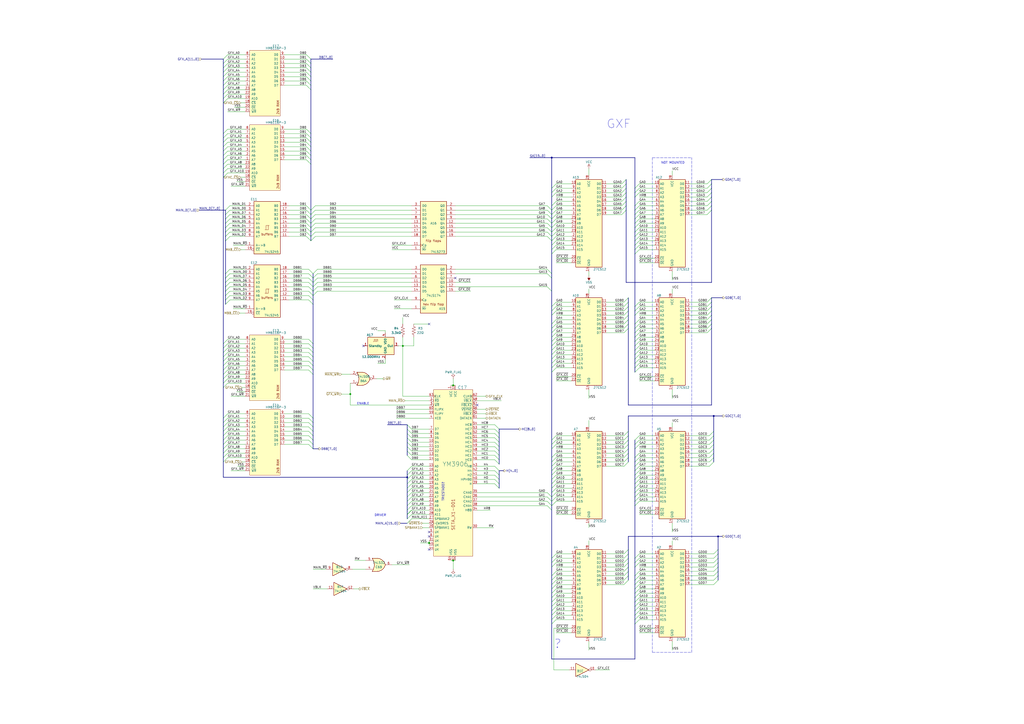
<source format=kicad_sch>
(kicad_sch (version 20211123) (generator eeschema)
  (paper "A2")
  (title_block (title "EXTERMINATION") (date "29/08/2022") (rev "José Tejada G.") (company "JOTEGO") (comment 1 "E.Triana"))
  (junction (at 203.2 228.6))
  (junction (at 320.04 91.44))
  (junction (at 233.68 200.66))
  (junction (at 414.02 241.3))
  (junction (at 262.89 223.52))
  (junction (at 248.92 314.96))
  (junction (at 262.89 325.12))
  (junction (at 416.56 311.15))
  (junction (at 236.22 276.86))
  (no_connect (at 248.92 187.96))
  (no_connect (at 210.82 200.66))
  (no_connect (at 248.92 311.15))
  (no_connect (at 264.16 161.29))
  (no_connect (at 276.86 234.95))
  (no_connect (at 248.92 318.77))
  (no_connect (at 248.92 308.61))
  (bus_entry (at 236.22 275.59) (size 2.54 -2.54))
  (bus_entry (at 320.04 129.54) (size -2.54 -2.54))
  (bus_entry (at 410.21 180.34) (size 2.54 -2.54))
  (bus_entry (at 410.21 193.04) (size 2.54 -2.54))
  (bus_entry (at 320.04 144.78) (size 2.54 -2.54))
  (bus_entry (at 368.3 341.63) (size 2.54 -2.54))
  (bus_entry (at 177.8 132.08) (size 2.54 2.54))
  (bus_entry (at 361.95 267.97) (size 2.54 -2.54))
  (bus_entry (at 179.07 168.91) (size 2.54 2.54))
  (bus_entry (at 129.54 97.79) (size 2.54 -2.54))
  (bus_entry (at 360.68 119.38) (size 2.54 -2.54))
  (bus_entry (at 368.3 203.2) (size 2.54 -2.54))
  (bus_entry (at 129.54 90.17) (size 2.54 -2.54))
  (bus_entry (at 414.02 321.31) (size 2.54 -2.54))
  (bus_entry (at 320.04 198.12) (size 2.54 -2.54))
  (bus_entry (at 179.07 242.57) (size 2.54 2.54))
  (bus_entry (at 368.3 119.38) (size 2.54 -2.54))
  (bus_entry (at 129.54 85.09) (size 2.54 -2.54))
  (bus_entry (at 177.8 34.29) (size 2.54 2.54))
  (bus_entry (at 368.3 205.74) (size 2.54 -2.54))
  (bus_entry (at 129.54 217.17) (size 2.54 -2.54))
  (bus_entry (at 410.21 121.92) (size 2.54 -2.54))
  (bus_entry (at 180.34 124.46) (size 2.54 -2.54))
  (bus_entry (at 410.21 190.5) (size 2.54 -2.54))
  (bus_entry (at 361.95 260.35) (size 2.54 -2.54))
  (bus_entry (at 410.21 111.76) (size 2.54 -2.54))
  (bus_entry (at 410.21 119.38) (size 2.54 -2.54))
  (bus_entry (at 411.48 255.27) (size 2.54 -2.54))
  (bus_entry (at 368.3 278.13) (size 2.54 -2.54))
  (bus_entry (at 320.04 265.43) (size 2.54 -2.54))
  (bus_entry (at 236.22 303.53) (size 2.54 -2.54))
  (bus_entry (at 414.02 326.39) (size 2.54 -2.54))
  (bus_entry (at 129.54 39.37) (size 2.54 -2.54))
  (bus_entry (at 180.34 127) (size 2.54 -2.54))
  (bus_entry (at 414.02 336.55) (size 2.54 -2.54))
  (bus_entry (at 129.54 80.01) (size 2.54 -2.54))
  (bus_entry (at 129.54 49.53) (size 2.54 -2.54))
  (bus_entry (at 368.3 328.93) (size 2.54 -2.54))
  (bus_entry (at 289.56 266.7) (size -2.54 -2.54))
  (bus_entry (at 130.81 127) (size 2.54 -2.54))
  (bus_entry (at 129.54 242.57) (size 2.54 -2.54))
  (bus_entry (at 360.68 111.76) (size 2.54 -2.54))
  (bus_entry (at 368.3 144.78) (size 2.54 -2.54))
  (bus_entry (at 130.81 166.37) (size 2.54 -2.54))
  (bus_entry (at 177.8 121.92) (size 2.54 2.54))
  (bus_entry (at 129.54 207.01) (size 2.54 -2.54))
  (bus_entry (at 320.04 285.75) (size 2.54 -2.54))
  (bus_entry (at 360.68 114.3) (size 2.54 -2.54))
  (bus_entry (at 179.07 201.93) (size 2.54 2.54))
  (bus_entry (at 179.07 207.01) (size 2.54 2.54))
  (bus_entry (at 287.02 278.13) (size 2.54 2.54))
  (bus_entry (at 320.04 177.8) (size 2.54 -2.54))
  (bus_entry (at 368.3 280.67) (size 2.54 -2.54))
  (bus_entry (at 320.04 132.08) (size -2.54 -2.54))
  (bus_entry (at 320.04 134.62) (size 2.54 -2.54))
  (bus_entry (at 368.3 114.3) (size 2.54 -2.54))
  (bus_entry (at 368.3 124.46) (size 2.54 -2.54))
  (bus_entry (at 368.3 187.96) (size 2.54 -2.54))
  (bus_entry (at 368.3 344.17) (size 2.54 -2.54))
  (bus_entry (at 287.02 273.05) (size 2.54 2.54))
  (bus_entry (at 129.54 260.35) (size 2.54 -2.54))
  (bus_entry (at 177.8 80.01) (size 2.54 2.54))
  (bus_entry (at 177.8 124.46) (size 2.54 2.54))
  (bus_entry (at 320.04 295.91) (size -2.54 -2.54))
  (bus_entry (at 236.22 273.05) (size 2.54 -2.54))
  (bus_entry (at 320.04 200.66) (size 2.54 -2.54))
  (bus_entry (at 180.34 121.92) (size 2.54 -2.54))
  (bus_entry (at 360.68 116.84) (size 2.54 -2.54))
  (bus_entry (at 289.56 248.92) (size -2.54 -2.54))
  (bus_entry (at 360.68 106.68) (size 2.54 -2.54))
  (bus_entry (at 368.3 134.62) (size 2.54 -2.54))
  (bus_entry (at 287.02 270.51) (size 2.54 2.54))
  (bus_entry (at 410.21 182.88) (size 2.54 -2.54))
  (bus_entry (at 368.3 255.27) (size 2.54 -2.54))
  (bus_entry (at 238.76 248.92) (size -2.54 -2.54))
  (bus_entry (at 320.04 339.09) (size 2.54 -2.54))
  (bus_entry (at 129.54 87.63) (size 2.54 -2.54))
  (bus_entry (at 320.04 290.83) (size -2.54 -2.54))
  (bus_entry (at 236.22 278.13) (size 2.54 -2.54))
  (bus_entry (at 320.04 187.96) (size 2.54 -2.54))
  (bus_entry (at 236.22 283.21) (size 2.54 -2.54))
  (bus_entry (at 320.04 354.33) (size 2.54 -2.54))
  (bus_entry (at 130.81 121.92) (size 2.54 -2.54))
  (bus_entry (at 129.54 201.93) (size 2.54 -2.54))
  (bus_entry (at 320.04 349.25) (size 2.54 -2.54))
  (bus_entry (at 289.56 254) (size -2.54 -2.54))
  (bus_entry (at 410.21 185.42) (size 2.54 -2.54))
  (bus_entry (at 320.04 273.05) (size 2.54 -2.54))
  (bus_entry (at 184.15 156.21) (size -2.54 2.54))
  (bus_entry (at 361.95 339.09) (size 2.54 -2.54))
  (bus_entry (at 129.54 59.69) (size 2.54 -2.54))
  (bus_entry (at 179.07 156.21) (size 2.54 2.54))
  (bus_entry (at 129.54 92.71) (size 2.54 -2.54))
  (bus_entry (at 320.04 346.71) (size 2.54 -2.54))
  (bus_entry (at 320.04 129.54) (size 2.54 -2.54))
  (bus_entry (at 368.3 129.54) (size 2.54 -2.54))
  (bus_entry (at 129.54 252.73) (size 2.54 -2.54))
  (bus_entry (at 238.76 256.54) (size -2.54 -2.54))
  (bus_entry (at 368.3 213.36) (size 2.54 -2.54))
  (bus_entry (at 236.22 298.45) (size 2.54 -2.54))
  (bus_entry (at 368.3 290.83) (size 2.54 -2.54))
  (bus_entry (at 179.07 250.19) (size 2.54 2.54))
  (bus_entry (at 179.07 214.63) (size 2.54 2.54))
  (bus_entry (at 289.56 269.24) (size -2.54 -2.54))
  (bus_entry (at 179.07 252.73) (size 2.54 2.54))
  (bus_entry (at 360.68 109.22) (size 2.54 -2.54))
  (bus_entry (at 411.48 252.73) (size 2.54 -2.54))
  (bus_entry (at 320.04 283.21) (size 2.54 -2.54))
  (bus_entry (at 236.22 288.29) (size 2.54 -2.54))
  (bus_entry (at 130.81 163.83) (size 2.54 -2.54))
  (bus_entry (at 129.54 257.81) (size 2.54 -2.54))
  (bus_entry (at 236.22 280.67) (size 2.54 -2.54))
  (bus_entry (at 410.21 177.8) (size 2.54 -2.54))
  (bus_entry (at 317.5 156.21) (size 2.54 2.54))
  (bus_entry (at 317.5 166.37) (size 2.54 2.54))
  (bus_entry (at 177.8 87.63) (size 2.54 2.54))
  (bus_entry (at 130.81 134.62) (size 2.54 -2.54))
  (bus_entry (at 361.95 182.88) (size 2.54 -2.54))
  (bus_entry (at 179.07 255.27) (size 2.54 2.54))
  (bus_entry (at 361.95 321.31) (size 2.54 -2.54))
  (bus_entry (at 368.3 359.41) (size 2.54 -2.54))
  (bus_entry (at 320.04 121.92) (size 2.54 -2.54))
  (bus_entry (at 361.95 255.27) (size 2.54 -2.54))
  (bus_entry (at 368.3 339.09) (size 2.54 -2.54))
  (bus_entry (at 129.54 82.55) (size 2.54 -2.54))
  (bus_entry (at 289.56 256.54) (size -2.54 -2.54))
  (bus_entry (at 320.04 334.01) (size 2.54 -2.54))
  (bus_entry (at 320.04 293.37) (size 2.54 -2.54))
  (bus_entry (at 361.95 336.55) (size 2.54 -2.54))
  (bus_entry (at 177.8 127) (size 2.54 2.54))
  (bus_entry (at 320.04 127) (size 2.54 -2.54))
  (bus_entry (at 368.3 346.71) (size 2.54 -2.54))
  (bus_entry (at 361.95 328.93) (size 2.54 -2.54))
  (bus_entry (at 361.95 193.04) (size 2.54 -2.54))
  (bus_entry (at 129.54 209.55) (size 2.54 -2.54))
  (bus_entry (at 361.95 270.51) (size 2.54 -2.54))
  (bus_entry (at 129.54 54.61) (size 2.54 -2.54))
  (bus_entry (at 177.8 90.17) (size 2.54 2.54))
  (bus_entry (at 184.15 163.83) (size -2.54 2.54))
  (bus_entry (at 287.02 280.67) (size 2.54 2.54))
  (bus_entry (at 368.3 109.22) (size 2.54 -2.54))
  (bus_entry (at 320.04 267.97) (size 2.54 -2.54))
  (bus_entry (at 177.8 39.37) (size 2.54 2.54))
  (bus_entry (at 177.8 41.91) (size 2.54 2.54))
  (bus_entry (at 184.15 158.75) (size -2.54 2.54))
  (bus_entry (at 361.95 187.96) (size 2.54 -2.54))
  (bus_entry (at 411.48 265.43) (size 2.54 -2.54))
  (bus_entry (at 361.95 334.01) (size 2.54 -2.54))
  (bus_entry (at 238.76 251.46) (size -2.54 -2.54))
  (bus_entry (at 320.04 293.37) (size -2.54 -2.54))
  (bus_entry (at 179.07 212.09) (size 2.54 2.54))
  (bus_entry (at 368.3 270.51) (size 2.54 -2.54))
  (bus_entry (at 320.04 341.63) (size 2.54 -2.54))
  (bus_entry (at 368.3 177.8) (size 2.54 -2.54))
  (bus_entry (at 320.04 124.46) (size 2.54 -2.54))
  (bus_entry (at 368.3 267.97) (size 2.54 -2.54))
  (bus_entry (at 129.54 265.43) (size 2.54 -2.54))
  (bus_entry (at 236.22 300.99) (size 2.54 -2.54))
  (bus_entry (at 361.95 262.89) (size 2.54 -2.54))
  (bus_entry (at 184.15 166.37) (size -2.54 2.54))
  (bus_entry (at 320.04 109.22) (size 2.54 -2.54))
  (bus_entry (at 320.04 132.08) (size 2.54 -2.54))
  (bus_entry (at 320.04 208.28) (size 2.54 -2.54))
  (bus_entry (at 129.54 224.79) (size 2.54 -2.54))
  (bus_entry (at 320.04 142.24) (size 2.54 -2.54))
  (bus_entry (at 317.5 119.38) (size 2.54 2.54))
  (bus_entry (at 320.04 278.13) (size 2.54 -2.54))
  (bus_entry (at 236.22 285.75) (size 2.54 -2.54))
  (bus_entry (at 368.3 215.9) (size 2.54 -2.54))
  (bus_entry (at 130.81 137.16) (size 2.54 -2.54))
  (bus_entry (at 368.3 210.82) (size 2.54 -2.54))
  (bus_entry (at 130.81 171.45) (size 2.54 -2.54))
  (bus_entry (at 317.5 158.75) (size 2.54 2.54))
  (bus_entry (at 236.22 298.45) (size 2.54 -2.54))
  (bus_entry (at 238.76 264.16) (size -2.54 -2.54))
  (bus_entry (at 130.81 161.29) (size 2.54 -2.54))
  (bus_entry (at 410.21 187.96) (size 2.54 -2.54))
  (bus_entry (at 320.04 290.83) (size 2.54 -2.54))
  (bus_entry (at 177.8 49.53) (size 2.54 2.54))
  (bus_entry (at 129.54 245.11) (size 2.54 -2.54))
  (bus_entry (at 320.04 203.2) (size 2.54 -2.54))
  (bus_entry (at 368.3 195.58) (size 2.54 -2.54))
  (bus_entry (at 320.04 270.51) (size 2.54 -2.54))
  (bus_entry (at 236.22 293.37) (size 2.54 -2.54))
  (bus_entry (at 129.54 44.45) (size 2.54 -2.54))
  (bus_entry (at 320.04 288.29) (size 2.54 -2.54))
  (bus_entry (at 320.04 137.16) (size 2.54 -2.54))
  (bus_entry (at 177.8 129.54) (size 2.54 2.54))
  (bus_entry (at 129.54 199.39) (size 2.54 -2.54))
  (bus_entry (at 414.02 339.09) (size 2.54 -2.54))
  (bus_entry (at 361.95 265.43) (size 2.54 -2.54))
  (bus_entry (at 236.22 295.91) (size 2.54 -2.54))
  (bus_entry (at 410.21 109.22) (size 2.54 -2.54))
  (bus_entry (at 129.54 77.47) (size 2.54 -2.54))
  (bus_entry (at 320.04 344.17) (size 2.54 -2.54))
  (bus_entry (at 238.76 266.7) (size -2.54 -2.54))
  (bus_entry (at 129.54 95.25) (size 2.54 -2.54))
  (bus_entry (at 361.95 177.8) (size 2.54 -2.54))
  (bus_entry (at 368.3 326.39) (size 2.54 -2.54))
  (bus_entry (at 368.3 334.01) (size 2.54 -2.54))
  (bus_entry (at 129.54 212.09) (size 2.54 -2.54))
  (bus_entry (at 361.95 331.47) (size 2.54 -2.54))
  (bus_entry (at 368.3 198.12) (size 2.54 -2.54))
  (bus_entry (at 320.04 215.9) (size 2.54 -2.54))
  (bus_entry (at 368.3 139.7) (size 2.54 -2.54))
  (bus_entry (at 177.8 74.93) (size 2.54 2.54))
  (bus_entry (at 289.56 251.46) (size -2.54 -2.54))
  (bus_entry (at 361.95 326.39) (size 2.54 -2.54))
  (bus_entry (at 368.3 349.25) (size 2.54 -2.54))
  (bus_entry (at 320.04 124.46) (size -2.54 -2.54))
  (bus_entry (at 129.54 267.97) (size 2.54 -2.54))
  (bus_entry (at 177.8 77.47) (size 2.54 2.54))
  (bus_entry (at 361.95 190.5) (size 2.54 -2.54))
  (bus_entry (at 410.21 124.46) (size 2.54 -2.54))
  (bus_entry (at 411.48 260.35) (size 2.54 -2.54))
  (bus_entry (at 184.15 161.29) (size -2.54 2.54))
  (bus_entry (at 410.21 175.26) (size 2.54 -2.54))
  (bus_entry (at 320.04 359.41) (size 2.54 -2.54))
  (bus_entry (at 238.76 261.62) (size -2.54 -2.54))
  (bus_entry (at 180.34 129.54) (size 2.54 -2.54))
  (bus_entry (at 179.07 171.45) (size 2.54 2.54))
  (bus_entry (at 180.34 132.08) (size 2.54 -2.54))
  (bus_entry (at 130.81 158.75) (size 2.54 -2.54))
  (bus_entry (at 317.5 137.16) (size 2.54 2.54))
  (bus_entry (at 320.04 326.39) (size 2.54 -2.54))
  (bus_entry (at 368.3 127) (size 2.54 -2.54))
  (bus_entry (at 368.3 121.92) (size 2.54 -2.54))
  (bus_entry (at 179.07 199.39) (size 2.54 2.54))
  (bus_entry (at 177.8 82.55) (size 2.54 2.54))
  (bus_entry (at 368.3 180.34) (size 2.54 -2.54))
  (bus_entry (at 177.8 36.83) (size 2.54 2.54))
  (bus_entry (at 179.07 245.11) (size 2.54 2.54))
  (bus_entry (at 360.68 124.46) (size 2.54 -2.54))
  (bus_entry (at 129.54 57.15) (size 2.54 -2.54))
  (bus_entry (at 179.07 166.37) (size 2.54 2.54))
  (bus_entry (at 368.3 361.95) (size 2.54 -2.54))
  (bus_entry (at 368.3 273.05) (size 2.54 -2.54))
  (bus_entry (at 179.07 196.85) (size 2.54 2.54))
  (bus_entry (at 177.8 46.99) (size 2.54 2.54))
  (bus_entry (at 368.3 193.04) (size 2.54 -2.54))
  (bus_entry (at 179.07 240.03) (size 2.54 2.54))
  (bus_entry (at 320.04 195.58) (size 2.54 -2.54))
  (bus_entry (at 130.81 139.7) (size 2.54 -2.54))
  (bus_entry (at 130.81 132.08) (size 2.54 -2.54))
  (bus_entry (at 361.95 257.81) (size 2.54 -2.54))
  (bus_entry (at 177.8 44.45) (size 2.54 2.54))
  (bus_entry (at 129.54 52.07) (size 2.54 -2.54))
  (bus_entry (at 129.54 222.25) (size 2.54 -2.54))
  (bus_entry (at 320.04 190.5) (size 2.54 -2.54))
  (bus_entry (at 320.04 182.88) (size 2.54 -2.54))
  (bus_entry (at 320.04 193.04) (size 2.54 -2.54))
  (bus_entry (at 368.3 257.81) (size 2.54 -2.54))
  (bus_entry (at 361.95 185.42) (size 2.54 -2.54))
  (bus_entry (at 410.21 116.84) (size 2.54 -2.54))
  (bus_entry (at 368.3 265.43) (size 2.54 -2.54))
  (bus_entry (at 179.07 158.75) (size 2.54 2.54))
  (bus_entry (at 179.07 209.55) (size 2.54 2.54))
  (bus_entry (at 320.04 180.34) (size 2.54 -2.54))
  (bus_entry (at 177.8 85.09) (size 2.54 2.54))
  (bus_entry (at 414.02 334.01) (size 2.54 -2.54))
  (bus_entry (at 179.07 163.83) (size 2.54 2.54))
  (bus_entry (at 179.07 161.29) (size 2.54 2.54))
  (bus_entry (at 177.8 134.62) (size 2.54 2.54))
  (bus_entry (at 129.54 41.91) (size 2.54 -2.54))
  (bus_entry (at 129.54 214.63) (size 2.54 -2.54))
  (bus_entry (at 180.34 134.62) (size 2.54 -2.54))
  (bus_entry (at 368.3 208.28) (size 2.54 -2.54))
  (bus_entry (at 414.02 328.93) (size 2.54 -2.54))
  (bus_entry (at 368.3 275.59) (size 2.54 -2.54))
  (bus_entry (at 320.04 255.27) (size 2.54 -2.54))
  (bus_entry (at 179.07 257.81) (size 2.54 2.54))
  (bus_entry (at 130.81 173.99) (size 2.54 -2.54))
  (bus_entry (at 368.3 336.55) (size 2.54 -2.54))
  (bus_entry (at 368.3 285.75) (size 2.54 -2.54))
  (bus_entry (at 320.04 114.3) (size 2.54 -2.54))
  (bus_entry (at 320.04 147.32) (size 2.54 -2.54))
  (bus_entry (at 236.22 290.83) (size 2.54 -2.54))
  (bus_entry (at 320.04 323.85) (size 2.54 -2.54))
  (bus_entry (at 129.54 255.27) (size 2.54 -2.54))
  (bus_entry (at 411.48 270.51) (size 2.54 -2.54))
  (bus_entry (at 129.54 250.19) (size 2.54 -2.54))
  (bus_entry (at 129.54 34.29) (size 2.54 -2.54))
  (bus_entry (at 414.02 331.47) (size 2.54 -2.54))
  (bus_entry (at 320.04 351.79) (size 2.54 -2.54))
  (bus_entry (at 130.81 129.54) (size 2.54 -2.54))
  (bus_entry (at 289.56 261.62) (size -2.54 -2.54))
  (bus_entry (at 320.04 134.62) (size -2.54 -2.54))
  (bus_entry (at 368.3 288.29) (size 2.54 -2.54))
  (bus_entry (at 130.81 168.91) (size 2.54 -2.54))
  (bus_entry (at 320.04 210.82) (size 2.54 -2.54))
  (bus_entry (at 368.3 111.76) (size 2.54 -2.54))
  (bus_entry (at 410.21 106.68) (size 2.54 -2.54))
  (bus_entry (at 287.02 275.59) (size 2.54 2.54))
  (bus_entry (at 368.3 132.08) (size 2.54 -2.54))
  (bus_entry (at 361.95 175.26) (size 2.54 -2.54))
  (bus_entry (at 129.54 46.99) (size 2.54 -2.54))
  (bus_entry (at 368.3 351.79) (size 2.54 -2.54))
  (bus_entry (at 411.48 262.89) (size 2.54 -2.54))
  (bus_entry (at 368.3 182.88) (size 2.54 -2.54))
  (bus_entry (at 368.3 200.66) (size 2.54 -2.54))
  (bus_entry (at 184.15 168.91) (size -2.54 2.54))
  (bus_entry (at 320.04 288.29) (size -2.54 -2.54))
  (bus_entry (at 130.81 124.46) (size 2.54 -2.54))
  (bus_entry (at 320.04 361.95) (size 2.54 -2.54))
  (bus_entry (at 289.56 259.08) (size -2.54 -2.54))
  (bus_entry (at 177.8 92.71) (size 2.54 2.54))
  (bus_entry (at 320.04 356.87) (size 2.54 -2.54))
  (bus_entry (at 368.3 356.87) (size 2.54 -2.54))
  (bus_entry (at 180.34 137.16) (size 2.54 -2.54))
  (bus_entry (at 320.04 205.74) (size 2.54 -2.54))
  (bus_entry (at 129.54 100.33) (size 2.54 -2.54))
  (bus_entry (at 361.95 180.34) (size 2.54 -2.54))
  (bus_entry (at 129.54 219.71) (size 2.54 -2.54))
  (bus_entry (at 177.8 119.38) (size 2.54 2.54))
  (bus_entry (at 411.48 257.81) (size 2.54 -2.54))
  (bus_entry (at 129.54 102.87) (size 2.54 -2.54))
  (bus_entry (at 368.3 147.32) (size 2.54 -2.54))
  (bus_entry (at 177.8 31.75) (size 2.54 2.54))
  (bus_entry (at 320.04 127) (size -2.54 -2.54))
  (bus_entry (at 368.3 260.35) (size 2.54 -2.54))
  (bus_entry (at 129.54 247.65) (size 2.54 -2.54))
  (bus_entry (at 414.02 323.85) (size 2.54 -2.54))
  (bus_entry (at 179.07 247.65) (size 2.54 2.54))
  (bus_entry (at 317.5 134.62) (size 2.54 2.54))
  (bus_entry (at 368.3 190.5) (size 2.54 -2.54))
  (bus_entry (at 238.76 254) (size -2.54 -2.54))
  (bus_entry (at 129.54 36.83) (size 2.54 -2.54))
  (bus_entry (at 368.3 142.24) (size 2.54 -2.54))
  (bus_entry (at 320.04 119.38) (size 2.54 -2.54))
  (bus_entry (at 238.76 259.08) (size -2.54 -2.54))
  (bus_entry (at 179.07 204.47) (size 2.54 2.54))
  (bus_entry (at 320.04 257.81) (size 2.54 -2.54))
  (bus_entry (at 289.56 264.16) (size -2.54 -2.54))
  (bus_entry (at 320.04 280.67) (size 2.54 -2.54))
  (bus_entry (at 320.04 336.55) (size 2.54 -2.54))
  (bus_entry (at 320.04 275.59) (size 2.54 -2.54))
  (bus_entry (at 320.04 139.7) (size 2.54 -2.54))
  (bus_entry (at 179.07 173.99) (size 2.54 2.54))
  (bus_entry (at 368.3 323.85) (size 2.54 -2.54))
  (bus_entry (at 368.3 283.21) (size 2.54 -2.54))
  (bus_entry (at 360.68 121.92) (size 2.54 -2.54))
  (bus_entry (at 368.3 354.33) (size 2.54 -2.54))
  (bus_entry (at 320.04 260.35) (size 2.54 -2.54))
  (bus_entry (at 368.3 293.37) (size 2.54 -2.54))
  (bus_entry (at 411.48 267.97) (size 2.54 -2.54))
  (bus_entry (at 130.81 176.53) (size 2.54 -2.54))
  (bus_entry (at 361.95 252.73) (size 2.54 -2.54))
  (bus_entry (at 320.04 111.76) (size 2.54 -2.54))
  (bus_entry (at 320.04 213.36) (size 2.54 -2.54))
  (bus_entry (at 180.34 139.7) (size 2.54 -2.54))
  (bus_entry (at 129.54 204.47) (size 2.54 -2.54))
  (bus_entry (at 368.3 137.16) (size 2.54 -2.54))
  (bus_entry (at 361.95 323.85) (size 2.54 -2.54))
  (bus_entry (at 410.21 114.3) (size 2.54 -2.54))
  (bus_entry (at 177.8 137.16) (size 2.54 2.54))
  (bus_entry (at 129.54 262.89) (size 2.54 -2.54))
  (bus_entry (at 320.04 328.93) (size 2.54 -2.54))
  (wire (pts (xy 165.1 196.85) (xy 179.07 196.85)))
  (wire (pts (xy 389.89 167.64) (xy 389.89 170.18)))
  (bus (pts (xy 130.81 127) (xy 130.81 129.54)))
  (wire (pts (xy 233.68 229.87) (xy 233.68 200.66)))
  (wire (pts (xy 276.86 248.92) (xy 287.02 248.92)))
  (bus (pts (xy 412.75 190.5) (xy 412.75 187.96)))
  (wire (pts (xy 165.1 39.37) (xy 177.8 39.37)))
  (wire (pts (xy 219.075 191.77) (xy 223.52 191.77)))
  (wire (pts (xy 132.08 97.79) (xy 142.24 97.79)))
  (bus (pts (xy 364.49 336.55) (xy 364.49 334.01)))
  (wire (pts (xy 370.84 356.87) (xy 379.73 356.87)))
  (wire (pts (xy 132.08 87.63) (xy 142.24 87.63)))
  (bus (pts (xy 368.3 124.46) (xy 368.3 127)))
  (bus (pts (xy 129.54 260.35) (xy 129.54 262.89)))
  (bus (pts (xy 180.34 87.63) (xy 180.34 90.17)))
  (wire (pts (xy 322.58 354.33) (xy 331.47 354.33)))
  (wire (pts (xy 370.84 144.78) (xy 379.73 144.78)))
  (bus (pts (xy 320.04 147.32) (xy 320.04 158.75)))
  (wire (pts (xy 322.58 111.76) (xy 331.47 111.76)))
  (wire (pts (xy 181.61 341.63) (xy 189.865 341.63)))
  (bus (pts (xy 368.3 255.27) (xy 368.3 257.81)))
  (bus (pts (xy 320.04 121.92) (xy 320.04 124.46)))
  (wire (pts (xy 276.86 237.49) (xy 281.94 237.49)))
  (wire (pts (xy 233.68 195.58) (xy 233.68 200.66)))
  (wire (pts (xy 133.35 127) (xy 142.24 127)))
  (bus (pts (xy 368.3 129.54) (xy 368.3 132.08)))
  (bus (pts (xy 320.04 349.25) (xy 320.04 351.79)))
  (bus (pts (xy 129.54 80.01) (xy 129.54 82.55)))
  (wire (pts (xy 248.92 229.87) (xy 233.68 229.87)))
  (wire (pts (xy 248.92 314.96) (xy 248.92 316.23)))
  (wire (pts (xy 140.335 224.79) (xy 142.24 224.79)))
  (wire (pts (xy 228.6 173.99) (xy 238.76 173.99)))
  (bus (pts (xy 368.3 283.21) (xy 368.3 285.75)))
  (bus (pts (xy 129.54 212.09) (xy 129.54 214.63)))
  (wire (pts (xy 370.84 341.63) (xy 379.73 341.63)))
  (bus (pts (xy 236.22 254) (xy 236.22 256.54)))
  (bus (pts (xy 320.04 260.35) (xy 320.04 265.43)))
  (bus (pts (xy 368.3 346.71) (xy 368.3 349.25)))
  (bus (pts (xy 181.61 242.57) (xy 181.61 245.11)))
  (wire (pts (xy 139.065 181.61) (xy 142.24 181.61)))
  (wire (pts (xy 400.05 270.51) (xy 411.48 270.51)))
  (bus (pts (xy 236.22 280.67) (xy 236.22 283.21)))
  (wire (pts (xy 370.84 149.86) (xy 379.73 149.86)))
  (wire (pts (xy 276.86 280.67) (xy 287.02 280.67)))
  (bus (pts (xy 416.56 328.93) (xy 416.56 331.47)))
  (bus (pts (xy 320.04 119.38) (xy 320.04 121.92)))
  (wire (pts (xy 389.89 157.48) (xy 389.89 162.56)))
  (wire (pts (xy 351.79 334.01) (xy 361.95 334.01)))
  (bus (pts (xy 364.49 175.26) (xy 364.49 177.8)))
  (bus (pts (xy 364.49 241.3) (xy 414.02 241.3)))
  (bus (pts (xy 236.22 246.38) (xy 224.79 246.38)))
  (bus (pts (xy 236.22 246.38) (xy 236.22 248.92)))
  (wire (pts (xy 370.84 283.21) (xy 379.73 283.21)))
  (wire (pts (xy 400.05 265.43) (xy 411.48 265.43)))
  (bus (pts (xy 414.02 257.81) (xy 414.02 260.35)))
  (bus (pts (xy 180.34 134.62) (xy 180.34 137.16)))
  (bus (pts (xy 368.3 260.35) (xy 368.3 265.43)))
  (bus (pts (xy 416.56 311.15) (xy 416.56 318.77)))
  (wire (pts (xy 370.84 210.82) (xy 379.73 210.82)))
  (bus (pts (xy 289.56 256.54) (xy 289.56 254)))
  (wire (pts (xy 182.88 127) (xy 238.76 127)))
  (wire (pts (xy 228.6 179.07) (xy 238.76 179.07)))
  (wire (pts (xy 276.86 295.91) (xy 284.48 295.91)))
  (wire (pts (xy 165.1 80.01) (xy 177.8 80.01)))
  (wire (pts (xy 167.64 127) (xy 177.8 127)))
  (bus (pts (xy 320.04 265.43) (xy 320.04 267.97)))
  (bus (pts (xy 320.04 346.71) (xy 320.04 349.25)))
  (wire (pts (xy 165.1 250.19) (xy 179.07 250.19)))
  (wire (pts (xy 198.12 217.17) (xy 203.2 217.17)))
  (wire (pts (xy 132.08 199.39) (xy 142.24 199.39)))
  (wire (pts (xy 370.84 354.33) (xy 379.73 354.33)))
  (bus (pts (xy 130.81 137.16) (xy 130.81 139.7)))
  (wire (pts (xy 322.58 149.86) (xy 331.47 149.86)))
  (wire (pts (xy 132.08 34.29) (xy 142.24 34.29)))
  (wire (pts (xy 165.1 255.27) (xy 179.07 255.27)))
  (wire (pts (xy 139.7 59.69) (xy 142.24 59.69)))
  (wire (pts (xy 264.16 156.21) (xy 317.5 156.21)))
  (wire (pts (xy 370.84 328.93) (xy 379.73 328.93)))
  (bus (pts (xy 368.3 344.17) (xy 368.3 346.71)))
  (bus (pts (xy 414.02 265.43) (xy 414.02 267.97)))
  (wire (pts (xy 276.86 285.75) (xy 317.5 285.75)))
  (wire (pts (xy 400.05 252.73) (xy 411.48 252.73)))
  (wire (pts (xy 132.08 49.53) (xy 142.24 49.53)))
  (wire (pts (xy 370.84 177.8) (xy 379.73 177.8)))
  (bus (pts (xy 320.04 273.05) (xy 320.04 275.59)))
  (wire (pts (xy 370.84 255.27) (xy 379.73 255.27)))
  (bus (pts (xy 232.41 303.53) (xy 236.22 303.53)))
  (bus (pts (xy 364.49 250.19) (xy 364.49 241.3)))
  (bus (pts (xy 236.22 283.21) (xy 236.22 285.75)))
  (wire (pts (xy 132.08 252.73) (xy 142.24 252.73)))
  (bus (pts (xy 180.34 80.01) (xy 180.34 82.55)))
  (wire (pts (xy 137.16 105.41) (xy 142.24 105.41)))
  (bus (pts (xy 129.54 92.71) (xy 129.54 90.17)))
  (wire (pts (xy 132.08 222.25) (xy 142.24 222.25)))
  (wire (pts (xy 370.84 175.26) (xy 379.73 175.26)))
  (wire (pts (xy 389.89 99.06) (xy 389.89 101.6)))
  (wire (pts (xy 276.86 266.7) (xy 287.02 266.7)))
  (wire (pts (xy 165.1 257.81) (xy 179.07 257.81)))
  (wire (pts (xy 165.1 41.91) (xy 177.8 41.91)))
  (polyline (pts (xy 378.46 378.46) (xy 401.32 378.46)))
  (bus (pts (xy 368.3 356.87) (xy 368.3 359.41)))
  (bus (pts (xy 364.49 262.89) (xy 364.49 260.35)))
  (bus (pts (xy 129.54 102.87) (xy 129.54 199.39)))
  (wire (pts (xy 132.08 250.19) (xy 142.24 250.19)))
  (wire (pts (xy 322.58 213.36) (xy 331.47 213.36)))
  (wire (pts (xy 276.86 242.57) (xy 281.94 242.57)))
  (wire (pts (xy 132.08 54.61) (xy 142.24 54.61)))
  (wire (pts (xy 264.16 137.16) (xy 317.5 137.16)))
  (wire (pts (xy 132.08 41.91) (xy 142.24 41.91)))
  (bus (pts (xy 181.61 158.75) (xy 181.61 161.29)))
  (wire (pts (xy 132.08 209.55) (xy 142.24 209.55)))
  (wire (pts (xy 198.12 228.6) (xy 203.2 228.6)))
  (bus (pts (xy 364.49 234.95) (xy 412.75 234.95)))
  (bus (pts (xy 320.04 215.9) (xy 320.04 255.27)))
  (wire (pts (xy 370.84 116.84) (xy 379.73 116.84)))
  (bus (pts (xy 320.04 339.09) (xy 320.04 341.63)))
  (bus (pts (xy 129.54 265.43) (xy 129.54 267.97)))
  (wire (pts (xy 322.58 349.25) (xy 331.47 349.25)))
  (bus (pts (xy 181.61 173.99) (xy 181.61 176.53)))
  (wire (pts (xy 322.58 137.16) (xy 331.47 137.16)))
  (wire (pts (xy 238.76 248.92) (xy 248.92 248.92)))
  (bus (pts (xy 180.34 90.17) (xy 180.34 92.71)))
  (wire (pts (xy 370.84 220.98) (xy 379.73 220.98)))
  (bus (pts (xy 320.04 213.36) (xy 320.04 215.9)))
  (wire (pts (xy 133.35 137.16) (xy 142.24 137.16)))
  (wire (pts (xy 132.08 82.55) (xy 142.24 82.55)))
  (wire (pts (xy 370.84 106.68) (xy 379.73 106.68)))
  (bus (pts (xy 320.04 182.88) (xy 320.04 187.96)))
  (wire (pts (xy 370.84 346.71) (xy 379.73 346.71)))
  (bus (pts (xy 129.54 82.55) (xy 129.54 85.09)))
  (bus (pts (xy 129.54 252.73) (xy 129.54 255.27)))
  (wire (pts (xy 167.64 137.16) (xy 177.8 137.16)))
  (wire (pts (xy 276.86 264.16) (xy 287.02 264.16)))
  (wire (pts (xy 400.05 106.68) (xy 410.21 106.68)))
  (bus (pts (xy 412.75 111.76) (xy 412.75 114.3)))
  (wire (pts (xy 229.87 240.03) (xy 248.92 240.03)))
  (wire (pts (xy 351.79 255.27) (xy 361.95 255.27)))
  (wire (pts (xy 262.89 325.12) (xy 264.16 325.12)))
  (wire (pts (xy 351.79 187.96) (xy 361.95 187.96)))
  (wire (pts (xy 243.84 314.96) (xy 248.92 314.96)))
  (bus (pts (xy 320.04 328.93) (xy 320.04 334.01)))
  (wire (pts (xy 132.08 212.09) (xy 142.24 212.09)))
  (wire (pts (xy 276.86 232.41) (xy 290.83 232.41)))
  (wire (pts (xy 165.1 36.83) (xy 177.8 36.83)))
  (bus (pts (xy 180.34 49.53) (xy 180.34 52.07)))
  (bus (pts (xy 236.22 276.86) (xy 236.22 278.13)))
  (bus (pts (xy 236.22 251.46) (xy 236.22 254)))
  (wire (pts (xy 229.87 237.49) (xy 248.92 237.49)))
  (bus (pts (xy 129.54 245.11) (xy 129.54 247.65)))
  (bus (pts (xy 320.04 109.22) (xy 320.04 111.76)))
  (wire (pts (xy 238.76 273.05) (xy 248.92 273.05)))
  (wire (pts (xy 184.15 156.21) (xy 238.76 156.21)))
  (bus (pts (xy 412.75 234.95) (xy 412.75 190.5)))
  (bus (pts (xy 368.3 334.01) (xy 368.3 336.55)))
  (polyline (pts (xy 378.46 91.44) (xy 378.46 378.46)))
  (wire (pts (xy 370.84 185.42) (xy 379.73 185.42)))
  (bus (pts (xy 320.04 336.55) (xy 320.04 339.09)))
  (bus (pts (xy 364.49 187.96) (xy 364.49 190.5)))
  (bus (pts (xy 181.61 212.09) (xy 181.61 214.63)))
  (wire (pts (xy 234.95 232.41) (xy 248.92 232.41)))
  (bus (pts (xy 368.3 326.39) (xy 368.3 328.93)))
  (bus (pts (xy 363.22 114.3) (xy 363.22 116.84)))
  (wire (pts (xy 132.08 57.15) (xy 142.24 57.15)))
  (wire (pts (xy 322.58 185.42) (xy 331.47 185.42)))
  (bus (pts (xy 129.54 201.93) (xy 129.54 204.47)))
  (wire (pts (xy 276.86 240.03) (xy 281.94 240.03)))
  (wire (pts (xy 370.84 129.54) (xy 379.73 129.54)))
  (bus (pts (xy 180.34 77.47) (xy 180.34 80.01)))
  (bus (pts (xy 363.22 116.84) (xy 363.22 119.38)))
  (wire (pts (xy 341.63 313.69) (xy 341.63 316.23)))
  (bus (pts (xy 320.04 344.17) (xy 320.04 346.71)))
  (bus (pts (xy 181.61 250.19) (xy 181.61 252.73)))
  (wire (pts (xy 322.58 283.21) (xy 331.47 283.21)))
  (bus (pts (xy 368.3 257.81) (xy 368.3 260.35)))
  (wire (pts (xy 370.84 321.31) (xy 379.73 321.31)))
  (wire (pts (xy 262.89 223.52) (xy 264.16 223.52)))
  (bus (pts (xy 320.04 295.91) (xy 320.04 323.85)))
  (bus (pts (xy 364.49 267.97) (xy 364.49 265.43)))
  (wire (pts (xy 132.08 92.71) (xy 142.24 92.71)))
  (polyline (pts (xy 401.32 378.46) (xy 401.32 91.44)))
  (wire (pts (xy 223.52 208.28) (xy 223.52 210.82)))
  (bus (pts (xy 414.02 255.27) (xy 414.02 257.81)))
  (wire (pts (xy 400.05 180.34) (xy 410.21 180.34)))
  (wire (pts (xy 264.16 158.75) (xy 317.5 158.75)))
  (bus (pts (xy 289.56 266.7) (xy 289.56 264.16)))
  (bus (pts (xy 320.04 270.51) (xy 320.04 273.05)))
  (bus (pts (xy 368.3 180.34) (xy 368.3 182.88)))
  (bus (pts (xy 412.75 182.88) (xy 412.75 180.34)))
  (wire (pts (xy 370.84 260.35) (xy 379.73 260.35)))
  (wire (pts (xy 139.7 144.78) (xy 142.24 144.78)))
  (wire (pts (xy 400.05 257.81) (xy 411.48 257.81)))
  (wire (pts (xy 321.31 364.49) (xy 331.47 364.49)))
  (wire (pts (xy 322.58 132.08) (xy 331.47 132.08)))
  (bus (pts (xy 181.61 245.11) (xy 181.61 247.65)))
  (wire (pts (xy 182.88 129.54) (xy 238.76 129.54)))
  (wire (pts (xy 133.35 158.75) (xy 142.24 158.75)))
  (bus (pts (xy 129.54 242.57) (xy 129.54 245.11)))
  (wire (pts (xy 341.63 167.64) (xy 341.63 170.18)))
  (bus (pts (xy 412.75 109.22) (xy 412.75 111.76)))
  (wire (pts (xy 132.08 260.35) (xy 142.24 260.35)))
  (bus (pts (xy 414.02 260.35) (xy 414.02 262.89)))
  (wire (pts (xy 389.89 303.53) (xy 389.89 308.61)))
  (wire (pts (xy 322.58 180.34) (xy 331.47 180.34)))
  (wire (pts (xy 133.35 124.46) (xy 142.24 124.46)))
  (bus (pts (xy 364.49 321.31) (xy 364.49 318.77)))
  (wire (pts (xy 322.58 152.4) (xy 331.47 152.4)))
  (wire (pts (xy 165.1 87.63) (xy 177.8 87.63)))
  (bus (pts (xy 129.54 219.71) (xy 129.54 222.25)))
  (bus (pts (xy 368.3 182.88) (xy 368.3 187.96)))
  (bus (pts (xy 320.04 139.7) (xy 320.04 142.24)))
  (bus (pts (xy 320.04 142.24) (xy 320.04 144.78)))
  (bus (pts (xy 180.34 132.08) (xy 180.34 134.62)))
  (wire (pts (xy 132.08 265.43) (xy 142.24 265.43)))
  (bus (pts (xy 364.49 260.35) (xy 364.49 257.81)))
  (bus (pts (xy 129.54 41.91) (xy 129.54 39.37)))
  (wire (pts (xy 165.1 204.47) (xy 179.07 204.47)))
  (bus (pts (xy 130.81 173.99) (xy 130.81 176.53)))
  (wire (pts (xy 351.79 177.8) (xy 361.95 177.8)))
  (wire (pts (xy 137.795 270.51) (xy 142.24 270.51)))
  (wire (pts (xy 264.16 121.92) (xy 317.5 121.92)))
  (wire (pts (xy 203.2 222.25) (xy 203.2 228.6)))
  (wire (pts (xy 351.79 119.38) (xy 360.68 119.38)))
  (wire (pts (xy 400.05 182.88) (xy 410.21 182.88)))
  (wire (pts (xy 132.08 214.63) (xy 142.24 214.63)))
  (wire (pts (xy 167.64 168.91) (xy 179.07 168.91)))
  (wire (pts (xy 370.84 152.4) (xy 379.73 152.4)))
  (wire (pts (xy 135.89 62.23) (xy 142.24 62.23)))
  (bus (pts (xy 130.81 132.08) (xy 130.81 134.62)))
  (bus (pts (xy 236.22 275.59) (xy 236.22 276.86)))
  (bus (pts (xy 320.04 205.74) (xy 320.04 208.28)))
  (bus (pts (xy 129.54 77.47) (xy 129.54 59.69)))
  (bus (pts (xy 364.49 177.8) (xy 364.49 180.34)))
  (wire (pts (xy 264.16 132.08) (xy 317.5 132.08)))
  (bus (pts (xy 364.49 252.73) (xy 364.49 250.19)))
  (wire (pts (xy 322.58 288.29) (xy 331.47 288.29)))
  (wire (pts (xy 182.88 137.16) (xy 238.76 137.16)))
  (wire (pts (xy 133.985 229.87) (xy 142.24 229.87)))
  (bus (pts (xy 236.22 298.45) (xy 236.22 300.99)))
  (wire (pts (xy 322.58 321.31) (xy 331.47 321.31)))
  (bus (pts (xy 368.3 134.62) (xy 368.3 137.16)))
  (wire (pts (xy 238.76 300.99) (xy 248.92 300.99)))
  (wire (pts (xy 370.84 193.04) (xy 379.73 193.04)))
  (bus (pts (xy 320.04 285.75) (xy 320.04 288.29)))
  (wire (pts (xy 167.64 119.38) (xy 177.8 119.38)))
  (bus (pts (xy 412.75 175.26) (xy 412.75 172.72)))
  (wire (pts (xy 264.16 134.62) (xy 317.5 134.62)))
  (wire (pts (xy 322.58 351.79) (xy 331.47 351.79)))
  (wire (pts (xy 238.76 280.67) (xy 248.92 280.67)))
  (wire (pts (xy 238.76 275.59) (xy 248.92 275.59)))
  (bus (pts (xy 129.54 39.37) (xy 129.54 36.83)))
  (wire (pts (xy 322.58 187.96) (xy 331.47 187.96)))
  (bus (pts (xy 320.04 267.97) (xy 320.04 270.51)))
  (wire (pts (xy 132.08 201.93) (xy 142.24 201.93)))
  (wire (pts (xy 351.79 182.88) (xy 361.95 182.88)))
  (bus (pts (xy 320.04 137.16) (xy 320.04 139.7)))
  (wire (pts (xy 351.79 321.31) (xy 361.95 321.31)))
  (wire (pts (xy 133.35 119.38) (xy 142.24 119.38)))
  (bus (pts (xy 307.34 91.44) (xy 320.04 91.44)))
  (wire (pts (xy 240.03 195.58) (xy 240.03 200.66)))
  (bus (pts (xy 130.81 134.62) (xy 130.81 137.16)))
  (wire (pts (xy 133.35 132.08) (xy 142.24 132.08)))
  (wire (pts (xy 322.58 116.84) (xy 331.47 116.84)))
  (wire (pts (xy 262.89 219.71) (xy 262.89 223.52)))
  (wire (pts (xy 203.2 234.95) (xy 248.92 234.95)))
  (wire (pts (xy 322.58 273.05) (xy 331.47 273.05)))
  (bus (pts (xy 129.54 44.45) (xy 129.54 41.91)))
  (wire (pts (xy 264.16 129.54) (xy 317.5 129.54)))
  (wire (pts (xy 400.05 336.55) (xy 414.02 336.55)))
  (bus (pts (xy 180.34 39.37) (xy 180.34 41.91)))
  (wire (pts (xy 370.84 109.22) (xy 379.73 109.22)))
  (bus (pts (xy 180.34 46.99) (xy 180.34 49.53)))
  (bus (pts (xy 364.49 172.72) (xy 364.49 175.26)))
  (wire (pts (xy 132.08 90.17) (xy 142.24 90.17)))
  (wire (pts (xy 165.1 199.39) (xy 179.07 199.39)))
  (wire (pts (xy 238.76 285.75) (xy 248.92 285.75)))
  (wire (pts (xy 184.15 158.75) (xy 238.76 158.75)))
  (bus (pts (xy 368.3 210.82) (xy 368.3 213.36)))
  (bus (pts (xy 363.22 106.68) (xy 363.22 109.22)))
  (wire (pts (xy 370.84 182.88) (xy 379.73 182.88)))
  (bus (pts (xy 368.3 273.05) (xy 368.3 275.59)))
  (wire (pts (xy 165.1 74.93) (xy 177.8 74.93)))
  (wire (pts (xy 245.11 303.53) (xy 248.92 303.53)))
  (bus (pts (xy 320.04 275.59) (xy 320.04 278.13)))
  (bus (pts (xy 289.56 261.62) (xy 289.56 259.08)))
  (wire (pts (xy 182.88 124.46) (xy 238.76 124.46)))
  (wire (pts (xy 264.16 119.38) (xy 317.5 119.38)))
  (bus (pts (xy 364.49 180.34) (xy 364.49 182.88)))
  (bus (pts (xy 181.61 201.93) (xy 181.61 204.47)))
  (wire (pts (xy 370.84 142.24) (xy 379.73 142.24)))
  (bus (pts (xy 412.75 121.92) (xy 412.75 163.83)))
  (bus (pts (xy 320.04 190.5) (xy 320.04 193.04)))
  (wire (pts (xy 264.16 168.91) (xy 273.05 168.91)))
  (wire (pts (xy 322.58 260.35) (xy 331.47 260.35)))
  (bus (pts (xy 368.3 328.93) (xy 368.3 334.01)))
  (wire (pts (xy 165.1 252.73) (xy 179.07 252.73)))
  (wire (pts (xy 132.08 207.01) (xy 142.24 207.01)))
  (bus (pts (xy 320.04 129.54) (xy 320.04 132.08)))
  (bus (pts (xy 320.04 127) (xy 320.04 129.54)))
  (bus (pts (xy 320.04 283.21) (xy 320.04 285.75)))
  (wire (pts (xy 370.84 323.85) (xy 379.73 323.85)))
  (bus (pts (xy 320.04 91.44) (xy 368.3 91.44)))
  (wire (pts (xy 276.86 229.87) (xy 281.94 229.87)))
  (wire (pts (xy 322.58 195.58) (xy 331.47 195.58)))
  (bus (pts (xy 363.22 163.83) (xy 412.75 163.83)))
  (wire (pts (xy 132.08 85.09) (xy 142.24 85.09)))
  (wire (pts (xy 132.08 36.83) (xy 142.24 36.83)))
  (wire (pts (xy 167.64 132.08) (xy 177.8 132.08)))
  (wire (pts (xy 370.84 351.79) (xy 379.73 351.79)))
  (wire (pts (xy 370.84 257.81) (xy 379.73 257.81)))
  (bus (pts (xy 116.84 34.29) (xy 129.54 34.29)))
  (wire (pts (xy 205.105 341.63) (xy 208.28 341.63)))
  (bus (pts (xy 320.04 382.27) (xy 320.04 361.95)))
  (wire (pts (xy 133.35 156.21) (xy 142.24 156.21)))
  (bus (pts (xy 129.54 36.83) (xy 129.54 34.29)))
  (wire (pts (xy 400.05 262.89) (xy 411.48 262.89)))
  (bus (pts (xy 368.3 198.12) (xy 368.3 200.66)))
  (bus (pts (xy 129.54 247.65) (xy 129.54 250.19)))
  (wire (pts (xy 238.76 278.13) (xy 248.92 278.13)))
  (bus (pts (xy 368.3 91.44) (xy 368.3 109.22)))
  (wire (pts (xy 389.89 313.69) (xy 389.89 316.23)))
  (bus (pts (xy 180.34 137.16) (xy 180.34 139.7)))
  (bus (pts (xy 368.3 119.38) (xy 368.3 121.92)))
  (wire (pts (xy 133.35 166.37) (xy 142.24 166.37)))
  (wire (pts (xy 322.58 203.2) (xy 331.47 203.2)))
  (wire (pts (xy 351.79 124.46) (xy 360.68 124.46)))
  (bus (pts (xy 368.3 195.58) (xy 368.3 198.12)))
  (bus (pts (xy 129.54 57.15) (xy 129.54 59.69)))
  (bus (pts (xy 129.54 214.63) (xy 129.54 217.17)))
  (bus (pts (xy 320.04 293.37) (xy 320.04 295.91)))
  (bus (pts (xy 289.56 254) (xy 289.56 251.46)))
  (bus (pts (xy 129.54 262.89) (xy 129.54 265.43)))
  (wire (pts (xy 132.08 217.17) (xy 142.24 217.17)))
  (wire (pts (xy 165.1 209.55) (xy 179.07 209.55)))
  (wire (pts (xy 238.76 261.62) (xy 248.92 261.62)))
  (bus (pts (xy 320.04 198.12) (xy 320.04 200.66)))
  (wire (pts (xy 227.33 142.24) (xy 238.76 142.24)))
  (bus (pts (xy 368.3 336.55) (xy 368.3 339.09)))
  (wire (pts (xy 322.58 356.87) (xy 331.47 356.87)))
  (bus (pts (xy 129.54 199.39) (xy 129.54 201.93)))
  (wire (pts (xy 370.84 134.62) (xy 379.73 134.62)))
  (wire (pts (xy 165.1 44.45) (xy 177.8 44.45)))
  (wire (pts (xy 276.86 290.83) (xy 317.5 290.83)))
  (wire (pts (xy 322.58 285.75) (xy 331.47 285.75)))
  (bus (pts (xy 129.54 85.09) (xy 129.54 87.63)))
  (bus (pts (xy 180.34 121.92) (xy 180.34 124.46)))
  (wire (pts (xy 133.985 273.05) (xy 142.24 273.05)))
  (wire (pts (xy 322.58 109.22) (xy 331.47 109.22)))
  (wire (pts (xy 370.84 252.73) (xy 379.73 252.73)))
  (wire (pts (xy 165.1 214.63) (xy 179.07 214.63)))
  (bus (pts (xy 181.61 260.35) (xy 184.785 260.35)))
  (wire (pts (xy 133.35 163.83) (xy 142.24 163.83)))
  (wire (pts (xy 322.58 280.67) (xy 331.47 280.67)))
  (wire (pts (xy 322.58 127) (xy 331.47 127)))
  (bus (pts (xy 368.3 265.43) (xy 368.3 267.97)))
  (wire (pts (xy 370.84 124.46) (xy 379.73 124.46)))
  (wire (pts (xy 140.335 267.97) (xy 142.24 267.97)))
  (wire (pts (xy 351.79 265.43) (xy 361.95 265.43)))
  (wire (pts (xy 322.58 346.71) (xy 331.47 346.71)))
  (bus (pts (xy 320.04 144.78) (xy 320.04 147.32)))
  (bus (pts (xy 320.04 208.28) (xy 320.04 210.82)))
  (bus (pts (xy 368.3 341.63) (xy 368.3 344.17)))
  (wire (pts (xy 276.86 293.37) (xy 317.5 293.37)))
  (wire (pts (xy 165.1 77.47) (xy 177.8 77.47)))
  (bus (pts (xy 130.81 139.7) (xy 130.81 158.75)))
  (bus (pts (xy 115.57 121.92) (xy 130.81 121.92)))
  (wire (pts (xy 167.64 124.46) (xy 177.8 124.46)))
  (bus (pts (xy 416.56 326.39) (xy 416.56 328.93)))
  (wire (pts (xy 165.1 245.11) (xy 179.07 245.11)))
  (wire (pts (xy 400.05 114.3) (xy 410.21 114.3)))
  (bus (pts (xy 368.3 382.27) (xy 320.04 382.27)))
  (bus (pts (xy 412.75 172.72) (xy 419.1 172.72)))
  (bus (pts (xy 181.61 257.81) (xy 181.61 260.35)))
  (wire (pts (xy 351.79 267.97) (xy 361.95 267.97)))
  (wire (pts (xy 238.76 254) (xy 248.92 254)))
  (wire (pts (xy 322.58 252.73) (xy 331.47 252.73)))
  (wire (pts (xy 132.08 39.37) (xy 142.24 39.37)))
  (bus (pts (xy 320.04 326.39) (xy 320.04 328.93)))
  (wire (pts (xy 165.1 201.93) (xy 179.07 201.93)))
  (wire (pts (xy 133.35 171.45) (xy 142.24 171.45)))
  (wire (pts (xy 370.84 127) (xy 379.73 127)))
  (wire (pts (xy 229.87 242.57) (xy 248.92 242.57)))
  (polyline (pts (xy 378.46 91.44) (xy 401.32 91.44)))
  (wire (pts (xy 370.84 349.25) (xy 379.73 349.25)))
  (wire (pts (xy 276.86 246.38) (xy 287.02 246.38)))
  (wire (pts (xy 341.63 243.84) (xy 341.63 247.65)))
  (wire (pts (xy 400.05 116.84) (xy 410.21 116.84)))
  (wire (pts (xy 322.58 114.3) (xy 331.47 114.3)))
  (bus (pts (xy 180.34 129.54) (xy 180.34 132.08)))
  (wire (pts (xy 322.58 339.09) (xy 331.47 339.09)))
  (wire (pts (xy 167.64 129.54) (xy 177.8 129.54)))
  (wire (pts (xy 165.1 90.17) (xy 177.8 90.17)))
  (bus (pts (xy 129.54 102.87) (xy 129.54 100.33)))
  (wire (pts (xy 321.31 364.49) (xy 321.31 388.62)))
  (bus (pts (xy 180.34 36.83) (xy 180.34 39.37)))
  (wire (pts (xy 238.76 270.51) (xy 248.92 270.51)))
  (bus (pts (xy 181.61 166.37) (xy 181.61 168.91)))
  (wire (pts (xy 351.79 111.76) (xy 360.68 111.76)))
  (wire (pts (xy 165.1 240.03) (xy 179.07 240.03)))
  (wire (pts (xy 400.05 119.38) (xy 410.21 119.38)))
  (bus (pts (xy 364.49 334.01) (xy 364.49 331.47)))
  (wire (pts (xy 204.47 330.2) (xy 212.09 330.2)))
  (wire (pts (xy 370.84 111.76) (xy 379.73 111.76)))
  (bus (pts (xy 129.54 207.01) (xy 129.54 209.55)))
  (wire (pts (xy 400.05 109.22) (xy 410.21 109.22)))
  (bus (pts (xy 368.3 351.79) (xy 368.3 354.33)))
  (bus (pts (xy 289.56 259.08) (xy 289.56 256.54)))
  (wire (pts (xy 370.84 205.74) (xy 379.73 205.74)))
  (bus (pts (xy 368.3 285.75) (xy 368.3 288.29)))
  (bus (pts (xy 181.61 199.39) (xy 181.61 201.93)))
  (wire (pts (xy 370.84 275.59) (xy 379.73 275.59)))
  (bus (pts (xy 181.61 214.63) (xy 181.61 217.17)))
  (wire (pts (xy 184.15 166.37) (xy 238.76 166.37)))
  (wire (pts (xy 370.84 280.67) (xy 379.73 280.67)))
  (wire (pts (xy 276.86 273.05) (xy 287.02 273.05)))
  (wire (pts (xy 351.79 270.51) (xy 361.95 270.51)))
  (wire (pts (xy 400.05 331.47) (xy 414.02 331.47)))
  (bus (pts (xy 129.54 77.47) (xy 129.54 80.01)))
  (wire (pts (xy 341.63 372.11) (xy 341.63 377.19)))
  (wire (pts (xy 133.35 129.54) (xy 142.24 129.54)))
  (bus (pts (xy 364.49 326.39) (xy 364.49 323.85)))
  (wire (pts (xy 132.08 247.65) (xy 142.24 247.65)))
  (bus (pts (xy 320.04 354.33) (xy 320.04 356.87)))
  (bus (pts (xy 320.04 161.29) (xy 320.04 168.91)))
  (bus (pts (xy 180.34 34.29) (xy 180.34 36.83)))
  (bus (pts (xy 320.04 290.83) (xy 320.04 293.37)))
  (wire (pts (xy 238.76 259.08) (xy 248.92 259.08)))
  (bus (pts (xy 368.3 127) (xy 368.3 129.54)))
  (wire (pts (xy 321.31 388.62) (xy 330.2 388.62)))
  (wire (pts (xy 322.58 275.59) (xy 331.47 275.59)))
  (bus (pts (xy 236.22 290.83) (xy 236.22 293.37)))
  (bus (pts (xy 130.81 121.92) (xy 130.81 124.46)))
  (wire (pts (xy 181.61 330.2) (xy 189.23 330.2)))
  (wire (pts (xy 165.1 85.09) (xy 177.8 85.09)))
  (wire (pts (xy 135.255 179.07) (xy 142.24 179.07)))
  (bus (pts (xy 180.34 82.55) (xy 180.34 85.09)))
  (wire (pts (xy 132.08 255.27) (xy 142.24 255.27)))
  (wire (pts (xy 370.84 132.08) (xy 379.73 132.08)))
  (bus (pts (xy 129.54 250.19) (xy 129.54 252.73)))
  (bus (pts (xy 416.56 323.85) (xy 416.56 326.39)))
  (bus (pts (xy 289.56 273.05) (xy 289.56 275.59)))
  (wire (pts (xy 132.08 196.85) (xy 142.24 196.85)))
  (wire (pts (xy 167.64 121.92) (xy 177.8 121.92)))
  (wire (pts (xy 165.1 49.53) (xy 177.8 49.53)))
  (bus (pts (xy 364.49 257.81) (xy 364.49 255.27)))
  (bus (pts (xy 320.04 177.8) (xy 320.04 180.34)))
  (wire (pts (xy 351.79 331.47) (xy 361.95 331.47)))
  (bus (pts (xy 129.54 209.55) (xy 129.54 212.09)))
  (wire (pts (xy 322.58 121.92) (xy 331.47 121.92)))
  (bus (pts (xy 236.22 295.91) (xy 236.22 298.45)))
  (bus (pts (xy 416.56 334.01) (xy 416.56 336.55)))
  (wire (pts (xy 351.79 116.84) (xy 360.68 116.84)))
  (bus (pts (xy 412.75 104.14) (xy 412.75 106.68)))
  (wire (pts (xy 238.76 266.7) (xy 248.92 266.7)))
  (wire (pts (xy 322.58 367.03) (xy 331.47 367.03)))
  (bus (pts (xy 368.3 132.08) (xy 368.3 134.62)))
  (bus (pts (xy 368.3 114.3) (xy 368.3 119.38)))
  (bus (pts (xy 180.34 34.29) (xy 193.04 34.29)))
  (wire (pts (xy 276.86 261.62) (xy 287.02 261.62)))
  (wire (pts (xy 227.33 327.66) (xy 237.49 327.66)))
  (bus (pts (xy 130.81 158.75) (xy 130.81 161.29)))
  (bus (pts (xy 130.81 166.37) (xy 130.81 168.91)))
  (bus (pts (xy 368.3 137.16) (xy 368.3 139.7)))
  (bus (pts (xy 412.75 104.14) (xy 419.1 104.14)))
  (wire (pts (xy 370.84 290.83) (xy 379.73 290.83)))
  (wire (pts (xy 132.08 257.81) (xy 142.24 257.81)))
  (wire (pts (xy 322.58 119.38) (xy 331.47 119.38)))
  (wire (pts (xy 370.84 336.55) (xy 379.73 336.55)))
  (wire (pts (xy 389.89 245.11) (xy 389.89 247.65)))
  (bus (pts (xy 130.81 129.54) (xy 130.81 132.08)))
  (wire (pts (xy 276.86 275.59) (xy 287.02 275.59)))
  (bus (pts (xy 364.49 318.77) (xy 364.49 311.15)))
  (wire (pts (xy 276.86 270.51) (xy 287.02 270.51)))
  (wire (pts (xy 400.05 339.09) (xy 414.02 339.09)))
  (bus (pts (xy 181.61 163.83) (xy 181.61 166.37)))
  (wire (pts (xy 165.1 34.29) (xy 177.8 34.29)))
  (wire (pts (xy 165.1 247.65) (xy 179.07 247.65)))
  (wire (pts (xy 165.1 207.01) (xy 179.07 207.01)))
  (wire (pts (xy 351.79 185.42) (xy 361.95 185.42)))
  (wire (pts (xy 322.58 255.27) (xy 331.47 255.27)))
  (wire (pts (xy 227.33 144.78) (xy 238.76 144.78)))
  (wire (pts (xy 351.79 252.73) (xy 361.95 252.73)))
  (bus (pts (xy 129.54 257.81) (xy 129.54 260.35)))
  (wire (pts (xy 132.08 46.99) (xy 142.24 46.99)))
  (bus (pts (xy 289.56 280.67) (xy 289.56 283.21)))
  (bus (pts (xy 368.3 290.83) (xy 368.3 293.37)))
  (bus (pts (xy 368.3 280.67) (xy 368.3 283.21)))
  (wire (pts (xy 182.88 121.92) (xy 238.76 121.92)))
  (wire (pts (xy 370.84 218.44) (xy 379.73 218.44)))
  (wire (pts (xy 139.7 102.87) (xy 142.24 102.87)))
  (bus (pts (xy 236.22 293.37) (xy 236.22 295.91)))
  (bus (pts (xy 320.04 359.41) (xy 320.04 361.95)))
  (wire (pts (xy 351.79 106.68) (xy 360.68 106.68)))
  (bus (pts (xy 181.61 252.73) (xy 181.61 255.27)))
  (wire (pts (xy 370.84 187.96) (xy 379.73 187.96)))
  (wire (pts (xy 322.58 193.04) (xy 331.47 193.04)))
  (wire (pts (xy 370.84 198.12) (xy 379.73 198.12)))
  (bus (pts (xy 181.61 217.17) (xy 181.61 242.57)))
  (wire (pts (xy 322.58 124.46) (xy 331.47 124.46)))
  (bus (pts (xy 320.04 323.85) (xy 320.04 326.39)))
  (wire (pts (xy 238.76 288.29) (xy 248.92 288.29)))
  (wire (pts (xy 322.58 134.62) (xy 331.47 134.62)))
  (wire (pts (xy 370.84 139.7) (xy 379.73 139.7)))
  (wire (pts (xy 240.03 200.66) (xy 233.68 200.66)))
  (wire (pts (xy 165.1 212.09) (xy 179.07 212.09)))
  (bus (pts (xy 320.04 195.58) (xy 320.04 198.12)))
  (bus (pts (xy 181.61 204.47) (xy 181.61 207.01)))
  (bus (pts (xy 368.3 213.36) (xy 368.3 215.9)))
  (bus (pts (xy 180.34 124.46) (xy 180.34 127)))
  (bus (pts (xy 181.61 255.27) (xy 181.61 257.81)))
  (wire (pts (xy 400.05 187.96) (xy 410.21 187.96)))
  (bus (pts (xy 412.75 185.42) (xy 412.75 182.88)))
  (bus (pts (xy 416.56 321.31) (xy 416.56 323.85)))
  (bus (pts (xy 129.54 255.27) (xy 129.54 257.81)))
  (wire (pts (xy 351.79 336.55) (xy 361.95 336.55)))
  (wire (pts (xy 322.58 265.43) (xy 331.47 265.43)))
  (bus (pts (xy 368.3 121.92) (xy 368.3 124.46)))
  (wire (pts (xy 133.985 107.95) (xy 142.24 107.95)))
  (wire (pts (xy 167.64 158.75) (xy 179.07 158.75)))
  (wire (pts (xy 370.84 331.47) (xy 379.73 331.47)))
  (bus (pts (xy 129.54 87.63) (xy 129.54 90.17)))
  (bus (pts (xy 320.04 168.91) (xy 320.04 177.8)))
  (wire (pts (xy 132.08 80.01) (xy 142.24 80.01)))
  (bus (pts (xy 364.49 311.15) (xy 416.56 311.15)))
  (bus (pts (xy 368.3 187.96) (xy 368.3 190.5)))
  (wire (pts (xy 264.16 124.46) (xy 317.5 124.46)))
  (wire (pts (xy 370.84 339.09) (xy 379.73 339.09)))
  (wire (pts (xy 322.58 182.88) (xy 331.47 182.88)))
  (wire (pts (xy 276.86 254) (xy 287.02 254)))
  (bus (pts (xy 289.56 275.59) (xy 289.56 278.13)))
  (wire (pts (xy 351.79 257.81) (xy 361.95 257.81)))
  (wire (pts (xy 351.79 193.04) (xy 361.95 193.04)))
  (wire (pts (xy 370.84 195.58) (xy 379.73 195.58)))
  (bus (pts (xy 364.49 182.88) (xy 364.49 185.42)))
  (bus (pts (xy 320.04 341.63) (xy 320.04 344.17)))
  (wire (pts (xy 400.05 121.92) (xy 410.21 121.92)))
  (bus (pts (xy 129.54 46.99) (xy 129.54 49.53)))
  (bus (pts (xy 180.34 85.09) (xy 180.34 87.63)))
  (bus (pts (xy 368.3 208.28) (xy 368.3 210.82)))
  (wire (pts (xy 351.79 323.85) (xy 361.95 323.85)))
  (bus (pts (xy 320.04 203.2) (xy 320.04 205.74)))
  (bus (pts (xy 320.04 114.3) (xy 320.04 119.38)))
  (wire (pts (xy 389.89 372.11) (xy 389.89 377.19)))
  (wire (pts (xy 322.58 262.89) (xy 331.47 262.89)))
  (wire (pts (xy 322.58 341.63) (xy 331.47 341.63)))
  (wire (pts (xy 223.52 210.82) (xy 219.075 210.82)))
  (wire (pts (xy 370.84 273.05) (xy 379.73 273.05)))
  (bus (pts (xy 180.34 44.45) (xy 180.34 46.99)))
  (bus (pts (xy 368.3 339.09) (xy 368.3 341.63)))
  (wire (pts (xy 322.58 326.39) (xy 331.47 326.39)))
  (bus (pts (xy 363.22 104.14) (xy 363.22 106.68)))
  (bus (pts (xy 368.3 323.85) (xy 368.3 326.39)))
  (bus (pts (xy 364.49 190.5) (xy 364.49 234.95)))
  (wire (pts (xy 238.76 283.21) (xy 248.92 283.21)))
  (bus (pts (xy 412.75 116.84) (xy 412.75 119.38)))
  (wire (pts (xy 165.1 31.75) (xy 177.8 31.75)))
  (bus (pts (xy 368.3 205.74) (xy 368.3 208.28)))
  (bus (pts (xy 368.3 193.04) (xy 368.3 195.58)))
  (wire (pts (xy 322.58 270.51) (xy 331.47 270.51)))
  (bus (pts (xy 368.3 200.66) (xy 368.3 203.2)))
  (wire (pts (xy 248.92 313.69) (xy 248.92 314.96)))
  (wire (pts (xy 182.88 134.62) (xy 238.76 134.62)))
  (wire (pts (xy 370.84 119.38) (xy 379.73 119.38)))
  (bus (pts (xy 368.3 144.78) (xy 368.3 147.32)))
  (bus (pts (xy 236.22 273.05) (xy 236.22 275.59)))
  (wire (pts (xy 370.84 326.39) (xy 379.73 326.39)))
  (wire (pts (xy 370.84 200.66) (xy 379.73 200.66)))
  (bus (pts (xy 181.61 171.45) (xy 181.61 173.99)))
  (wire (pts (xy 262.89 325.12) (xy 262.89 330.2)))
  (wire (pts (xy 238.76 251.46) (xy 248.92 251.46)))
  (wire (pts (xy 132.08 44.45) (xy 142.24 44.45)))
  (wire (pts (xy 167.64 163.83) (xy 179.07 163.83)))
  (bus (pts (xy 364.49 185.42) (xy 364.49 187.96)))
  (bus (pts (xy 412.75 106.68) (xy 412.75 109.22)))
  (wire (pts (xy 184.15 161.29) (xy 238.76 161.29)))
  (wire (pts (xy 322.58 331.47) (xy 331.47 331.47)))
  (wire (pts (xy 370.84 262.89) (xy 379.73 262.89)))
  (wire (pts (xy 245.11 306.07) (xy 248.92 306.07)))
  (wire (pts (xy 370.84 344.17) (xy 379.73 344.17)))
  (bus (pts (xy 416.56 331.47) (xy 416.56 334.01)))
  (bus (pts (xy 129.54 100.33) (xy 129.54 97.79)))
  (wire (pts (xy 400.05 124.46) (xy 410.21 124.46)))
  (bus (pts (xy 181.61 247.65) (xy 181.61 250.19)))
  (wire (pts (xy 400.05 328.93) (xy 414.02 328.93)))
  (wire (pts (xy 322.58 359.41) (xy 331.47 359.41)))
  (wire (pts (xy 322.58 142.24) (xy 331.47 142.24)))
  (bus (pts (xy 320.04 132.08) (xy 320.04 134.62)))
  (wire (pts (xy 370.84 190.5) (xy 379.73 190.5)))
  (wire (pts (xy 167.64 134.62) (xy 177.8 134.62)))
  (wire (pts (xy 132.08 31.75) (xy 142.24 31.75)))
  (bus (pts (xy 414.02 241.3) (xy 414.02 250.19)))
  (bus (pts (xy 130.81 161.29) (xy 130.81 163.83)))
  (wire (pts (xy 322.58 298.45) (xy 331.47 298.45)))
  (bus (pts (xy 412.75 187.96) (xy 412.75 185.42)))
  (bus (pts (xy 236.22 248.92) (xy 236.22 251.46)))
  (bus (pts (xy 320.04 257.81) (xy 320.04 260.35)))
  (bus (pts (xy 289.56 269.24) (xy 289.56 266.7)))
  (bus (pts (xy 368.3 288.29) (xy 368.3 290.83)))
  (bus (pts (xy 363.22 109.22) (xy 363.22 111.76)))
  (bus (pts (xy 363.22 121.92) (xy 363.22 163.83)))
  (bus (pts (xy 289.56 248.92) (xy 300.99 248.92)))
  (bus (pts (xy 130.81 124.46) (xy 130.81 127)))
  (bus (pts (xy 363.22 119.38) (xy 363.22 121.92)))
  (bus (pts (xy 289.56 251.46) (xy 289.56 248.92)))
  (bus (pts (xy 412.75 119.38) (xy 412.75 121.92)))
  (wire (pts (xy 351.79 328.93) (xy 361.95 328.93)))
  (wire (pts (xy 351.79 190.5) (xy 361.95 190.5)))
  (wire (pts (xy 370.84 295.91) (xy 379.73 295.91)))
  (wire (pts (xy 322.58 198.12) (xy 331.47 198.12)))
  (wire (pts (xy 132.08 204.47) (xy 142.24 204.47)))
  (bus (pts (xy 129.54 49.53) (xy 129.54 52.07)))
  (wire (pts (xy 322.58 210.82) (xy 331.47 210.82)))
  (wire (pts (xy 132.08 95.25) (xy 142.24 95.25)))
  (wire (pts (xy 132.08 74.93) (xy 142.24 74.93)))
  (bus (pts (xy 414.02 262.89) (xy 414.02 265.43)))
  (wire (pts (xy 167.64 173.99) (xy 179.07 173.99)))
  (bus (pts (xy 368.3 111.76) (xy 368.3 114.3)))
  (wire (pts (xy 370.84 334.01) (xy 379.73 334.01)))
  (bus (pts (xy 368.3 349.25) (xy 368.3 351.79)))
  (wire (pts (xy 184.15 168.91) (xy 238.76 168.91)))
  (wire (pts (xy 238.76 256.54) (xy 248.92 256.54)))
  (wire (pts (xy 370.84 203.2) (xy 379.73 203.2)))
  (wire (pts (xy 389.89 226.06) (xy 389.89 231.14)))
  (wire (pts (xy 370.84 208.28) (xy 379.73 208.28)))
  (bus (pts (xy 368.3 139.7) (xy 368.3 142.24)))
  (wire (pts (xy 400.05 321.31) (xy 414.02 321.31)))
  (bus (pts (xy 129.54 222.25) (xy 129.54 224.79)))
  (wire (pts (xy 400.05 190.5) (xy 410.21 190.5)))
  (wire (pts (xy 351.79 339.09) (xy 361.95 339.09)))
  (wire (pts (xy 276.86 278.13) (xy 287.02 278.13)))
  (wire (pts (xy 203.2 228.6) (xy 203.2 234.95)))
  (wire (pts (xy 240.03 187.96) (xy 248.92 187.96)))
  (wire (pts (xy 322.58 336.55) (xy 331.47 336.55)))
  (wire (pts (xy 238.76 295.91) (xy 248.92 295.91)))
  (wire (pts (xy 322.58 257.81) (xy 331.47 257.81)))
  (wire (pts (xy 351.79 260.35) (xy 361.95 260.35)))
  (wire (pts (xy 322.58 328.93) (xy 331.47 328.93)))
  (wire (pts (xy 351.79 262.89) (xy 361.95 262.89)))
  (wire (pts (xy 322.58 139.7) (xy 331.47 139.7)))
  (wire (pts (xy 322.58 295.91) (xy 331.47 295.91)))
  (bus (pts (xy 363.22 111.76) (xy 363.22 114.3)))
  (wire (pts (xy 322.58 218.44) (xy 331.47 218.44)))
  (bus (pts (xy 320.04 124.46) (xy 320.04 127)))
  (wire (pts (xy 132.08 64.77) (xy 142.24 64.77)))
  (wire (pts (xy 261.62 325.12) (xy 262.89 325.12)))
  (bus (pts (xy 130.81 168.91) (xy 130.81 171.45)))
  (wire (pts (xy 400.05 255.27) (xy 411.48 255.27)))
  (bus (pts (xy 320.04 278.13) (xy 320.04 280.67)))
  (wire (pts (xy 322.58 190.5) (xy 331.47 190.5)))
  (wire (pts (xy 370.84 288.29) (xy 379.73 288.29)))
  (bus (pts (xy 181.61 207.01) (xy 181.61 209.55)))
  (wire (pts (xy 400.05 177.8) (xy 410.21 177.8)))
  (wire (pts (xy 167.64 166.37) (xy 179.07 166.37)))
  (wire (pts (xy 322.58 177.8) (xy 331.47 177.8)))
  (bus (pts (xy 412.75 114.3) (xy 412.75 116.84)))
  (wire (pts (xy 370.84 180.34) (xy 379.73 180.34)))
  (wire (pts (xy 341.63 303.53) (xy 341.63 306.07)))
  (wire (pts (xy 165.1 46.99) (xy 177.8 46.99)))
  (wire (pts (xy 322.58 344.17) (xy 331.47 344.17)))
  (wire (pts (xy 264.16 166.37) (xy 317.5 166.37)))
  (bus (pts (xy 129.54 44.45) (xy 129.54 46.99)))
  (bus (pts (xy 368.3 359.41) (xy 368.3 361.95)))
  (bus (pts (xy 129.54 54.61) (xy 129.54 57.15)))
  (bus (pts (xy 364.49 265.43) (xy 364.49 262.89)))
  (bus (pts (xy 129.54 276.86) (xy 236.22 276.86)))
  (wire (pts (xy 133.35 168.91) (xy 142.24 168.91)))
  (bus (pts (xy 320.04 356.87) (xy 320.04 359.41)))
  (wire (pts (xy 132.08 77.47) (xy 142.24 77.47)))
  (bus (pts (xy 368.3 275.59) (xy 368.3 278.13)))
  (wire (pts (xy 370.84 285.75) (xy 379.73 285.75)))
  (wire (pts (xy 165.1 92.71) (xy 177.8 92.71)))
  (wire (pts (xy 322.58 220.98) (xy 331.47 220.98)))
  (wire (pts (xy 370.84 298.45) (xy 379.73 298.45)))
  (wire (pts (xy 322.58 200.66) (xy 331.47 200.66)))
  (bus (pts (xy 129.54 224.79) (xy 129.54 242.57)))
  (wire (pts (xy 370.84 213.36) (xy 379.73 213.36)))
  (wire (pts (xy 400.05 334.01) (xy 414.02 334.01)))
  (bus (pts (xy 416.56 318.77) (xy 416.56 321.31)))
  (bus (pts (xy 368.3 361.95) (xy 368.3 382.27)))
  (wire (pts (xy 132.08 245.11) (xy 142.24 245.11)))
  (wire (pts (xy 276.86 256.54) (xy 287.02 256.54)))
  (bus (pts (xy 236.22 261.62) (xy 236.22 264.16)))
  (wire (pts (xy 132.08 100.33) (xy 142.24 100.33)))
  (bus (pts (xy 289.56 278.13) (xy 289.56 280.67)))
  (wire (pts (xy 341.63 97.79) (xy 341.63 101.6)))
  (bus (pts (xy 320.04 288.29) (xy 320.04 290.83)))
  (wire (pts (xy 137.16 227.33) (xy 142.24 227.33)))
  (wire (pts (xy 167.64 156.21) (xy 179.07 156.21)))
  (wire (pts (xy 322.58 205.74) (xy 331.47 205.74)))
  (bus (pts (xy 181.61 168.91) (xy 181.61 171.45)))
  (wire (pts (xy 322.58 106.68) (xy 331.47 106.68)))
  (wire (pts (xy 238.76 264.16) (xy 248.92 264.16)))
  (bus (pts (xy 320.04 180.34) (xy 320.04 182.88)))
  (bus (pts (xy 180.34 92.71) (xy 180.34 95.25)))
  (bus (pts (xy 236.22 285.75) (xy 236.22 288.29)))
  (wire (pts (xy 351.79 175.26) (xy 361.95 175.26)))
  (bus (pts (xy 320.04 255.27) (xy 320.04 257.81)))
  (wire (pts (xy 233.68 200.66) (xy 231.14 200.66)))
  (wire (pts (xy 276.86 259.08) (xy 287.02 259.08)))
  (bus (pts (xy 364.49 328.93) (xy 364.49 326.39)))
  (wire (pts (xy 400.05 323.85) (xy 414.02 323.85)))
  (wire (pts (xy 165.1 82.55) (xy 177.8 82.55)))
  (wire (pts (xy 322.58 175.26) (xy 331.47 175.26)))
  (bus (pts (xy 320.04 134.62) (xy 320.04 137.16)))
  (wire (pts (xy 370.84 267.97) (xy 379.73 267.97)))
  (wire (pts (xy 233.68 184.15) (xy 233.68 187.96)))
  (wire (pts (xy 370.84 364.49) (xy 379.73 364.49)))
  (bus (pts (xy 289.56 273.05) (xy 292.1 273.05)))
  (bus (pts (xy 320.04 280.67) (xy 320.04 283.21)))
  (wire (pts (xy 264.16 127) (xy 317.5 127)))
  (bus (pts (xy 289.56 264.16) (xy 289.56 261.62)))
  (wire (pts (xy 322.58 290.83) (xy 331.47 290.83)))
  (wire (pts (xy 400.05 326.39) (xy 414.02 326.39)))
  (wire (pts (xy 167.64 161.29) (xy 179.07 161.29)))
  (wire (pts (xy 351.79 121.92) (xy 360.68 121.92)))
  (bus (pts (xy 181.61 209.55) (xy 181.61 212.09)))
  (wire (pts (xy 261.62 223.52) (xy 262.89 223.52)))
  (wire (pts (xy 184.15 163.83) (xy 238.76 163.83)))
  (wire (pts (xy 133.35 161.29) (xy 142.24 161.29)))
  (bus (pts (xy 320.04 109.22) (xy 320.04 91.44)))
  (bus (pts (xy 368.3 142.24) (xy 368.3 144.78)))
  (wire (pts (xy 370.84 278.13) (xy 379.73 278.13)))
  (bus (pts (xy 180.34 41.91) (xy 180.34 44.45)))
  (wire (pts (xy 370.84 270.51) (xy 379.73 270.51)))
  (bus (pts (xy 181.61 161.29) (xy 181.61 163.83)))
  (bus (pts (xy 130.81 171.45) (xy 130.81 173.99)))
  (bus (pts (xy 414.02 250.19) (xy 414.02 252.73)))
  (wire (pts (xy 322.58 208.28) (xy 331.47 208.28)))
  (wire (pts (xy 400.05 260.35) (xy 411.48 260.35)))
  (wire (pts (xy 400.05 267.97) (xy 411.48 267.97)))
  (wire (pts (xy 223.52 193.04) (xy 223.52 191.77)))
  (wire (pts (xy 276.86 306.07) (xy 286.385 306.07)))
  (bus (pts (xy 129.54 267.97) (xy 129.54 276.86)))
  (wire (pts (xy 370.84 265.43) (xy 379.73 265.43)))
  (bus (pts (xy 320.04 158.75) (xy 320.04 161.29)))
  (wire (pts (xy 167.64 171.45) (xy 179.07 171.45)))
  (wire (pts (xy 370.84 114.3) (xy 379.73 114.3)))
  (wire (pts (xy 238.76 293.37) (xy 248.92 293.37)))
  (wire (pts (xy 132.08 219.71) (xy 142.24 219.71)))
  (wire (pts (xy 370.84 367.03) (xy 379.73 367.03)))
  (wire (pts (xy 182.88 132.08) (xy 238.76 132.08)))
  (bus (pts (xy 368.3 267.97) (xy 368.3 270.51)))
  (wire (pts (xy 238.76 298.45) (xy 248.92 298.45)))
  (wire (pts (xy 370.84 359.41) (xy 379.73 359.41)))
  (bus (pts (xy 129.54 95.25) (xy 129.54 92.71)))
  (wire (pts (xy 341.63 226.06) (xy 341.63 231.14)))
  (bus (pts (xy 419.1 311.15) (xy 416.56 311.15)))
  (bus (pts (xy 129.54 97.79) (xy 129.54 95.25)))
  (bus (pts (xy 320.04 111.76) (xy 320.04 114.3)))
  (bus (pts (xy 130.81 163.83) (xy 130.81 166.37)))
  (bus (pts (xy 236.22 256.54) (xy 236.22 259.08)))
  (bus (pts (xy 129.54 204.47) (xy 129.54 207.01)))
  (wire (pts (xy 133.35 173.99) (xy 142.24 173.99)))
  (wire (pts (xy 132.08 240.03) (xy 142.24 240.03)))
  (bus (pts (xy 180.34 52.07) (xy 180.34 77.47)))
  (wire (pts (xy 400.05 175.26) (xy 410.21 175.26)))
  (wire (pts (xy 182.88 119.38) (xy 238.76 119.38)))
  (bus (pts (xy 236.22 278.13) (xy 236.22 280.67)))
  (wire (pts (xy 132.08 242.57) (xy 142.24 242.57)))
  (bus (pts (xy 236.22 259.08) (xy 236.22 261.62)))
  (wire (pts (xy 264.16 163.83) (xy 273.05 163.83)))
  (wire (pts (xy 370.84 121.92) (xy 379.73 121.92)))
  (bus (pts (xy 368.3 293.37) (xy 368.3 323.85)))
  (bus (pts (xy 320.04 200.66) (xy 320.04 203.2)))
  (wire (pts (xy 351.79 180.34) (xy 361.95 180.34)))
  (wire (pts (xy 322.58 323.85) (xy 331.47 323.85)))
  (bus (pts (xy 414.02 252.73) (xy 414.02 255.27)))
  (bus (pts (xy 412.75 177.8) (xy 412.75 180.34)))
  (wire (pts (xy 165.1 242.57) (xy 179.07 242.57)))
  (wire (pts (xy 345.44 388.62) (xy 353.695 388.62)))
  (wire (pts (xy 351.79 114.3) (xy 360.68 114.3)))
  (wire (pts (xy 218.44 219.71) (xy 222.25 219.71)))
  (wire (pts (xy 132.08 262.89) (xy 142.24 262.89)))
  (bus (pts (xy 364.49 331.47) (xy 364.49 328.93)))
  (bus (pts (xy 320.04 187.96) (xy 320.04 190.5)))
  (wire (pts (xy 133.35 121.92) (xy 142.24 121.92)))
  (bus (pts (xy 364.49 323.85) (xy 364.49 321.31)))
  (wire (pts (xy 238.76 290.83) (xy 248.92 290.83)))
  (wire (pts (xy 351.79 326.39) (xy 361.95 326.39)))
  (wire (pts (xy 322.58 334.01) (xy 331.47 334.01)))
  (wire (pts (xy 400.05 111.76) (xy 410.21 111.76)))
  (bus (pts (xy 368.3 109.22) (xy 368.3 111.76)))
  (wire (pts (xy 135.255 142.24) (xy 142.24 142.24)))
  (wire (pts (xy 276.86 251.46) (xy 287.02 251.46)))
  (wire (pts (xy 400.05 193.04) (xy 410.21 193.04)))
  (wire (pts (xy 322.58 129.54) (xy 331.47 129.54)))
  (wire (pts (xy 322.58 278.13) (xy 331.47 278.13)))
  (bus (pts (xy 368.3 147.32) (xy 368.3 177.8)))
  (bus (pts (xy 320.04 351.79) (xy 320.04 354.33)))
  (bus (pts (xy 364.49 255.27) (xy 364.49 252.73)))
  (bus (pts (xy 368.3 270.51) (xy 368.3 273.05)))
  (bus (pts (xy 129.54 217.17) (xy 129.54 219.71)))
  (bus (pts (xy 180.34 95.25) (xy 180.34 121.92)))
  (bus (pts (xy 320.04 210.82) (xy 320.04 213.36)))
  (wire (pts (xy 322.58 144.78) (xy 331.47 144.78)))
  (bus (pts (xy 180.34 127) (xy 180.34 129.54)))
  (wire (pts (xy 351.79 109.22) (xy 360.68 109.22)))
  (bus (pts (xy 419.1 241.3) (xy 414.02 241.3)))
  (wire (pts (xy 322.58 267.97) (xy 331.47 267.97)))
  (wire (pts (xy 132.08 52.07) (xy 142.24 52.07)))
  (bus (pts (xy 368.3 177.8) (xy 368.3 180.34)))
  (bus (pts (xy 368.3 354.33) (xy 368.3 356.87)))
  (bus (pts (xy 181.61 176.53) (xy 181.61 199.39)))
  (wire (pts (xy 400.05 185.42) (xy 410.21 185.42)))
  (wire (pts (xy 276.86 288.29) (xy 317.5 288.29)))
  (bus (pts (xy 368.3 203.2) (xy 368.3 205.74)))
  (bus (pts (xy 320.04 334.01) (xy 320.04 336.55)))
  (bus (pts (xy 320.04 193.04) (xy 320.04 195.58)))
  (bus (pts (xy 368.3 278.13) (xy 368.3 280.67)))
  (wire (pts (xy 133.35 134.62) (xy 142.24 134.62)))
  (wire (pts (xy 370.84 137.16) (xy 379.73 137.16)))
  (wire (pts (xy 205.74 325.12) (xy 212.09 325.12)))
  (bus (pts (xy 236.22 288.29) (xy 236.22 290.83)))
  (bus (pts (xy 412.75 177.8) (xy 412.75 175.26)))
  (bus (pts (xy 368.3 190.5) (xy 368.3 193.04)))
  (wire (pts (xy 341.63 157.48) (xy 341.63 160.02)))
  (bus (pts (xy 129.54 52.07) (xy 129.54 54.61)))
  (text "?" (at 321.31 376.555 0) (effects (font (size 5 5)) (justify left bottom)))
  (text "TRIESTADO?" (at 257.81 290.83 90) (effects (font (size 1.27 1.27)) (justify left bottom)))
  (text "DRIVER" (at 217.17 299.72 0) (effects (font (size 1.27 1.27)) (justify left bottom)))
  (text "GXF\n" (at 351.79 74.93 0) (effects (font (size 5 5)) (justify left bottom)))
  (text "ENABLE" (at 207.01 234.95 0) (effects (font (size 1.27 1.27)) (justify left bottom)))
  (text "NOT MOUNTED" (at 383.54 95.25 0) (effects (font (size 1.27 1.27)) (justify left bottom)))
  (label "GA11" (at 370.84 280.67 0))
  (label "GFX_A7" (at 238.76 288.29 0))
  (label "~{GFX_OE}" (at 370.84 220.98 0))
  (label "VCC" (at 389.89 313.69 0))
  (label "GA9" (at 316.23 124.46 180))
  (label "GA6" (at 322.58 267.97 0))
  (label "DB6" (at 177.8 46.99 180))
  (label "GA2" (at 370.84 257.81 0))
  (label "MAIN_~{RD}" (at 135.255 142.24 0))
  (label "GA8" (at 322.58 195.58 0))
  (label "GA0" (at 322.58 321.31 0))
  (label "GFX_~{WR}" (at 133.985 107.95 0))
  (label "DBB3" (at 175.26 171.45 180))
  (label "GA8" (at 322.58 127 0))
  (label "GFX_A5" (at 238.76 283.21 0))
  (label "DB2" (at 191.135 119.38 0))
  (label "DBB1" (at 175.26 242.57 180))
  (label "GA15" (at 370.84 213.36 0))
  (label "HR8" (at 322.58 182.88 0))
  (label "GA15" (at 370.84 144.78 0))
  (label "GDD7" (at 410.21 339.09 180))
  (label "DB3" (at 191.135 121.92 0))
  (label "GA11" (at 370.84 349.25 0))
  (label "GDA7" (at 360.68 124.46 180))
  (label "GA14" (at 370.84 142.24 0))
  (label "GFX_A7" (at 132.08 257.81 0))
  (label "MAIN_D6" (at 135.255 163.83 0))
  (label "GA15" (at 370.84 290.83 0))
  (label "HR8" (at 322.58 260.35 0))
  (label "DB7" (at 177.8 92.71 180))
  (label "GDA1" (at 360.68 109.22 180))
  (label "VSS" (at 341.63 231.14 0))
  (label "DB6" (at 177.8 127 180))
  (label "HC2" (at 283.21 261.62 180))
  (label "GFX_CLK" (at 228.6 173.99 0))
  (label "GA0" (at 322.58 175.26 0))
  (label "VCC" (at 341.63 313.69 0))
  (label "GFX_A2" (at 133.35 80.01 0))
  (label "MAIN_D1" (at 135.255 156.21 0))
  (label "MAIN_D4" (at 134.62 132.08 0))
  (label "DBB5" (at 175.26 209.55 180))
  (label "GDA4" (at 360.68 116.84 180))
  (label "DB2" (at 177.8 137.16 180))
  (label "VSS" (at 389.89 308.61 0))
  (label "GDB5" (at 361.95 187.96 180))
  (label "GA1" (at 370.84 177.8 0))
  (label "GDC0" (at 361.95 252.73 180))
  (label "GA12" (at 370.84 351.79 0))
  (label "GA8" (at 370.84 341.63 0))
  (label "GA5" (at 370.84 265.43 0))
  (label "GFX_A6" (at 132.08 255.27 0))
  (label "GFX_~{WR}" (at 132.08 64.77 0))
  (label "GDD6" (at 361.95 336.55 180))
  (label "DB5" (at 238.76 254 0))
  (label "GA14" (at 322.58 142.24 0))
  (label "GA13" (at 317.5 158.75 180))
  (label "GA7" (at 370.84 339.09 0))
  (label "GFX_A10" (at 132.08 265.43 0))
  (label "GFX_CE" (at 370.84 295.91 0))
  (label "DBB5" (at 175.26 166.37 180))
  (label "GA4" (at 370.84 185.42 0))
  (label "GFX_A9" (at 132.08 219.71 0))
  (label "GDB6" (at 361.95 190.5 180))
  (label "GDA3" (at 408.94 114.3 180))
  (label "GA10" (at 322.58 132.08 0))
  (label "GDD6" (at 410.21 336.55 180))
  (label "GFX_A2" (at 238.76 275.59 0))
  (label "DBB3" (at 175.26 247.65 180))
  (label "DBB4" (at 175.26 207.01 180))
  (label "GA5" (at 370.84 187.96 0))
  (label "GFX_A3" (at 133.35 82.55 0))
  (label "GFX_A3" (at 132.08 204.47 0))
  (label "GFX_A8" (at 132.08 217.17 0))
  (label "MAIN_D2" (at 135.255 173.99 0))
  (label "GA12" (at 316.23 137.16 180))
  (label "GDB7" (at 410.21 193.04 180))
  (label "GA10" (at 370.84 278.13 0))
  (label "GFX_~{WR}" (at 133.985 229.87 0))
  (label "GA5" (at 322.58 265.43 0))
  (label "DBB6" (at 175.26 255.27 180))
  (label "HR8" (at 370.84 114.3 0))
  (label "DBB0" (at 187.325 158.75 0))
  (label "GA1" (at 370.84 255.27 0))
  (label "GA12" (at 370.84 205.74 0))
  (label "MAIN_D7" (at 134.62 124.46 0))
  (label "GA11" (at 370.84 203.2 0))
  (label "GA9" (at 322.58 344.17 0))
  (label "DB1" (at 238.76 264.16 0))
  (label "GA14" (at 370.84 288.29 0))
  (label "VSS" (at 341.63 306.07 0))
  (label "GA1" (at 322.58 255.27 0))
  (label "DB4" (at 238.76 256.54 0))
  (label "GA1" (at 370.84 109.22 0))
  (label "VCC" (at 228.6 179.07 0))
  (label "HR8" (at 370.84 182.88 0))
  (label "GA0" (at 370.84 175.26 0))
  (label "GA11" (at 322.58 280.67 0))
  (label "HR8" (at 370.84 328.93 0))
  (label "GA0" (at 370.84 321.31 0))
  (label "GA10" (at 322.58 346.71 0))
  (label "GA6" (at 370.84 190.5 0))
  (label "GFX_A8" (at 132.08 52.07 0))
  (label "GDD3" (at 410.21 328.93 180))
  (label "GA8" (at 322.58 341.63 0))
  (label "GA10" (at 322.58 200.66 0))
  (label "MAIN_D5" (at 135.255 166.37 0))
  (label "DBB2" (at 175.26 245.11 180))
  (label "DB5" (at 191.135 127 0))
  (label "GFX_A5" (at 132.08 44.45 0))
  (label "GA5" (at 322.58 119.38 0))
  (label "GDA6" (at 408.94 121.92 180))
  (label "VSS" (at 389.89 377.19 0))
  (label "GA10" (at 316.23 127 180))
  (label "GA13" (at 322.58 139.7 0))
  (label "DB7" (at 191.135 137.16 0))
  (label "GA11" (at 322.58 349.25 0))
  (label "DBB1" (at 187.325 156.21 0))
  (label "GA6" (at 316.23 134.62 180))
  (label "GDB0" (at 410.21 175.26 180))
  (label "GA13" (at 370.84 208.28 0))
  (label "GA6" (at 370.84 121.92 0))
  (label "GDB3" (at 410.21 182.88 180))
  (label "~{GFX_CE}" (at 273.05 163.83 180))
  (label "GA5" (at 370.84 119.38 0))
  (label "GA4" (at 322.58 185.42 0))
  (label "GFX_A0" (at 132.08 31.75 0))
  (label "VSS" (at 137.795 270.51 0))
  (label "GA2" (at 322.58 257.81 0))
  (label "DB6" (at 191.135 129.54 0))
  (label "DBB7" (at 175.26 214.63 180))
  (label "DB3" (at 177.8 82.55 180))
  (label "GDA5" (at 408.94 119.38 180))
  (label "GA7" (at 370.84 193.04 0))
  (label "GDB3" (at 361.95 182.88 180))
  (label "DB2" (at 177.8 80.01 180))
  (label "GDB1" (at 361.95 177.8 180))
  (label "GDD4" (at 361.95 331.47 180))
  (label "~{GFX_CE}" (at 322.58 295.91 0))
  (label "HC5" (at 283.21 254 180))
  (label "DB7" (at 177.8 124.46 180))
  (label "VCC" (at 219.075 191.77 180))
  (label "GA11" (at 316.23 129.54 180))
  (label "DBB7" (at 175.26 161.29 180))
  (label "GDC7" (at 361.95 270.51 180))
  (label "GFX_A1" (at 133.35 77.47 0))
  (label "GA1" (at 316.23 288.29 180))
  (label "GA2" (at 370.84 111.76 0))
  (label "DBB1" (at 175.26 199.39 180))
  (label "DBB2" (at 175.26 173.99 180))
  (label "GDB0" (at 361.95 175.26 180))
  (label "GA7" (at 370.84 124.46 0))
  (label "GDB5" (at 410.21 187.96 180))
  (label "GA15" (at 370.84 359.41 0))
  (label "GDB1" (at 410.21 177.8 180))
  (label "DB3" (at 177.8 39.37 180))
  (label "DBB0" (at 175.26 158.75 180))
  (label "GA13" (at 370.84 139.7 0))
  (label "HC1" (at 283.21 264.16 180))
  (label "DB3" (at 177.8 134.62 180))
  (label "GA11" (at 370.84 134.62 0))
  (label "DBB5" (at 175.26 252.73 180))
  (label "DB6" (at 177.8 90.17 180))
  (label "GFX_A6" (at 133.35 90.17 0))
  (label "GA14" (at 322.58 288.29 0))
  (label "GA2" (at 322.58 180.34 0))
  (label "VSS" (at 219.075 210.82 0))
  (label "GFX_~{WR}" (at 237.49 327.66 180))
  (label "GFX_A1" (at 238.76 273.05 0))
  (label "GA5" (at 316.23 132.08 180))
  (label "GDC3" (at 361.95 260.35 180))
  (label "GFX_A3" (at 132.08 247.65 0))
  (label "GDD7" (at 361.95 339.09 180))
  (label "DB0" (at 177.8 31.75 180))
  (label "GFX_A8" (at 238.76 290.83 0))
  (label "VBLK" (at 290.83 232.41 180))
  (label "GFX_A1" (at 132.08 34.29 0))
  (label "GA12" (at 322.58 283.21 0))
  (label "GA7" (at 316.23 119.38 180))
  (label "VCC" (at 227.33 144.78 0))
  (label "GA2" (at 322.58 111.76 0))
  (label "DB[7..0]" (at 193.04 34.29 180))
  (label "~{GFX_CE}" (at 322.58 149.86 0))
  (label "GA7" (at 322.58 124.46 0))
  (label "MAIN_D2" (at 134.62 137.16 0))
  (label "DBB7" (at 175.26 257.81 180))
  (label "DB1" (at 191.135 134.62 0))
  (label "VBLK" (at 181.61 341.63 0))
  (label "~{GFX_OE}" (at 370.84 367.03 0))
  (label "GA15" (at 322.58 290.83 0))
  (label "GDD2" (at 361.95 326.39 180))
  (label "GFX_A6" (at 132.08 46.99 0))
  (label "GFX_A11" (at 238.76 298.45 0))
  (label "GA9" (at 322.58 129.54 0))
  (label "~{GFX_OE}" (at 370.84 152.4 0))
  (label "HR8" (at 322.58 114.3 0))
  (label "GDC1" (at 361.95 255.27 180))
  (label "DBB1" (at 175.26 156.21 180))
  (label "VSS" (at 389.89 162.56 0))
  (label "GA6" (at 370.84 336.55 0))
  (label "GA8" (at 370.84 195.58 0))
  (label "DB7" (at 177.8 49.53 180))
  (label "GA4" (at 322.58 116.84 0))
  (label "GA2" (at 322.58 326.39 0))
  (label "DBB0" (at 175.26 240.03 180))
  (label "GA5" (at 370.84 334.01 0))
  (label "GDC4" (at 361.95 262.89 180))
  (label "GDC6" (at 410.21 267.97 180))
  (label "VSS" (at 341.63 377.19 0))
  (label "GFX_A10" (at 238.76 295.91 0))
  (label "GA8" (at 316.23 121.92 180))
  (label "DB1" (at 177.8 77.47 180))
  (label "GDB4" (at 361.95 185.42 180))
  (label "GDD1" (at 410.21 323.85 180))
  (label "GFX_CE" (at 353.695 388.62 180))
  (label "~{GFX_CE}" (at 322.58 364.49 0))
  (label "DB4" (at 177.8 41.91 180))
  (label "H3" (at 283.21 273.05 180))
  (label "VCC" (at 233.68 184.15 0))
  (label "GDA6" (at 360.68 121.92 180))
  (label "GFX_~{WR}" (at 133.985 273.05 0))
  (label "GFX_A10" (at 133.35 100.33 0))
  (label "GFX_CLK" (at 227.33 142.24 0))
  (label "VCC" (at 389.89 167.64 0))
  (label "DB0" (at 191.135 132.08 0))
  (label "GFX_A5" (at 132.08 252.73 0))
  (label "GA14" (at 370.84 210.82 0))
  (label "GFX_A0" (at 132.08 240.03 0))
  (label "GDA3" (at 360.68 114.3 180))
  (label "GA9" (at 322.58 275.59 0))
  (label "GFX_A7" (at 132.08 214.63 0))
  (label "VCC" (at 389.89 99.06 0))
  (label "GDA1" (at 408.94 109.22 180))
  (label "DB4" (at 191.135 124.46 0))
  (label "MAIN_D0" (at 134.62 121.92 0))
  (label "GA7" (at 322.58 193.04 0))
  (label "GA6" (at 322.58 336.55 0))
  (label "GFX_A9" (at 238.76 293.37 0))
  (label "GA1" (at 370.84 323.85 0))
  (label "GA7" (at 370.84 270.51 0))
  (label "GA9" (at 370.84 344.17 0))
  (label "DBB2" (at 187.325 168.91 0))
  (label "DB4" (at 177.8 132.08 180))
  (label "HR8" (at 322.58 328.93 0))
  (label "GDA2" (at 360.68 111.76 180))
  (label "VSS" (at 137.16 105.41 0))
  (label "GA4" (at 370.84 116.84 0))
  (label "VSS" (at 243.84 314.96 0))
  (label "GFX_CE" (at 370.84 364.49 0))
  (label "MAIN_D1" (at 134.62 119.38 0))
  (label "DB2" (at 177.8 36.83 180))
  (label "DBB2" (at 175.26 201.93 180))
  (label "GDD0" (at 361.95 321.31 180))
  (label "GDC5" (at 410.21 265.43 180))
  (label "MAIN_D[7..0]" (at 115.57 121.92 0))
  (label "GA12" (at 322.58 351.79 0))
  (label "MAIN_D0" (at 135.255 158.75 0))
  (label "GA7" (at 322.58 270.51 0))
  (label "GA13" (at 322.58 285.75 0))
  (label "VCC" (at 341.63 167.64 0))
  (label "GFX_A2" (at 132.08 201.93 0))
  (label "DBB0" (at 229.87 242.57 0))
  (label "GA15" (at 317.5 166.37 180))
  (label "GA12" (at 370.84 137.16 0))
  (label "GDB4" (at 410.21 185.42 180))
  (label "DBB0" (at 175.26 196.85 180))
  (label "GFX_A6" (at 238.76 285.75 0))
  (label "GA1" (at 322.58 323.85 0))
  (label "GFX_A9" (at 133.35 97.79 0))
  (label "GA13" (at 370.84 354.33 0))
  (label "DBB7" (at 229.87 237.49 0))
  (label "GDA0" (at 360.68 106.68 180))
  (label "GA14" (at 322.58 210.82 0))
  (label "GDB6" (at 410.21 190.5 180))
  (label "GA13" (at 370.84 285.75 0))
  (label "GA8" (at 370.84 127 0))
  (label "GFX_A7" (at 132.08 49.53 0))
  (label "GDB7" (at 361.95 193.04 180))
  (label "GDA7" (at 408.94 124.46 180))
  (label "HC6" (at 283.21 251.46 180))
  (label "GDC2" (at 410.21 257.81 180))
  (label "HR8" (at 284.48 295.91 180))
  (label "DB0" (at 177.8 74.93 180))
  (label "MAIN_D4" (at 135.255 168.91 0))
  (label "GA12" (at 322.58 137.16 0))
  (label "DB2" (at 238.76 261.62 0))
  (label "~{GFX_CE}" (at 322.58 218.44 0))
  (label "DBB6" (at 229.87 240.03 0))
  (label "GA6" (at 322.58 190.5 0))
  (label "H2" (at 283.21 275.59 180))
  (label "GDD2" (at 410.21 326.39 180))
  (label "GFX_CE" (at 370.84 218.44 0))
  (label "GA6" (at 322.58 121.92 0))
  (label "GA0" (at 322.58 106.68 0))
  (label "~{GFX_OE}" (at 370.84 298.45 0))
  (label "GA14" (at 322.58 356.87 0))
  (label "DB0" (at 238.76 266.7 0))
  (label "GA9" (at 370.84 129.54 0))
  (label "DB7" (at 238.76 248.92 0))
  (label "DB0" (at 177.8 121.92 180))
  (label "GA0" (at 322.58 252.73 0))
  (label "~{GFX_OE}" (at 322.58 298.45 0))
  (label "GFX_A0" (at 132.08 196.85 0))
  (label "GFX_A4" (at 132.08 41.91 0))
  (label "MAIN_D3" (at 134.62 134.62 0))
  (label "GFX_A1" (at 132.08 242.57 0))
  (label "GA9" (at 370.84 275.59 0))
  (label "DBB6" (at 175.26 212.09 180))
  (label "GA[15..0]" (at 307.34 91.44 0))
  (label "GA2" (at 370.84 180.34 0))
  (label "GDC3" (at 410.21 260.35 180))
  (label "VSS" (at 389.89 231.14 0))
  (label "GA1" (at 322.58 109.22 0))
  (label "GA0" (at 316.23 285.75 180))
  (label "GA7" (at 322.58 339.09 0))
  (label "GDC5" (at 361.95 265.43 180))
  (label "GA9" (at 322.58 198.12 0))
  (label "DBB3" (at 187.325 166.37 0))
  (label "GFX_A6" (at 132.08 212.09 0))
  (label "GFX_A3" (at 132.08 39.37 0))
  (label "DB6" (at 238.76 251.46 0))
  (label "GFX_A4" (at 238.76 280.67 0))
  (label "GA15" (at 322.58 144.78 0))
  (label "GDB2" (at 361.95 180.34 180))
  (label "HC8" (at 283.21 246.38 180))
  (label "H1" (at 283.21 280.67 180))
  (label "GA2" (at 316.23 290.83 180))
  (label "GDD4" (at 410.21 331.47 180))
  (label "GA4" (at 370.84 331.47 0))
  (label "GDD5" (at 361.95 334.01 180))
  (label "GA0" (at 370.84 252.73 0))
  (label "DBB6" (at 175.26 163.83 180))
  (label "GA4" (at 322.58 262.89 0))
  (label "GDA2" (at 408.94 111.76 180))
  (label "VCC" (at 341.63 243.84 0))
  (label "GDA5" (at 360.68 119.38 180))
  (label "GA4" (at 370.84 262.89 0))
  (label "GA14" (at 317.5 156.21 180))
  (label "GA12" (at 370.84 283.21 0))
  (label "GA11" (at 322.58 134.62 0))
  (label "GDC4" (at 410.21 262.89 180))
  (label "DBB4" (at 187.325 163.83 0))
  (label "GFX_A3" (at 238.76 278.13 0))
  (label "GDD5" (at 410.21 334.01 180))
  (label "~{GFX_OE}" (at 322.58 152.4 0))
  (label "DBB4" (at 175.26 250.19 180))
  (label "GDD1" (at 361.95 323.85 180))
  (label "GA0" (at 370.84 106.68 0))
  (label "H4" (at 283.21 270.51 180))
  (label "GDC1" (at 410.21 255.27 180))
  (label "~{GFX_OE}" (at 322.58 367.03 0))
  (label "GA13" (at 322.58 354.33 0))
  (label "GFX_A8" (at 132.08 260.35 0))
  (label "HC3" (at 283.21 259.08 180))
  (label "GFX_A1" (at 132.08 199.39 0))
  (label "RW" (at 286.385 306.07 180))
  (label "DBB5" (at 187.325 161.29 0))
  (label "GA15" (at 322.58 359.41 0))
  (label "GFX_CE" (at 370.84 149.86 0))
  (label "GFX_A7" (at 133.35 92.71 0))
  (label "GA12" (at 322.58 205.74 0))
  (label "HC7" (at 283.21 248.92 180))
  (label "GA10" (at 370.84 200.66 0))
  (label "HR8" (at 370.84 260.35 0))
  (label "GFX_A9" (at 132.08 262.89 0))
  (label "GA9" (at 370.84 198.12 0))
  (label "H0" (at 283.21 278.13 180))
  (label "GA10" (at 322.58 278.13 0))
  (label "GA10" (at 370.84 132.08 0))
  (label "~{GFX_OE}" (at 273.05 168.91 180))
  (label "~{GFX_OE}" (at 322.58 220.98 0))
  (label "GA4" (at 322.58 331.47 0))
  (label "GDD0" (at 410.21 321.31 180))
  (label "GFX_A2" (at 132.08 245.11 0))
  (label "GFX_A2" (at 132.08 36.83 0))
  (label "GFX_A8" (at 133.35 95.25 0))
  (label "GFX_A4" (at 132.08 250.19 0))
  (label "MAIN_D6" (at 134.62 127 0))
  (label "DB5" (at 177.8 44.45 180))
  (label "MAIN_A11" (at 238.76 300.99 0))
  (label "DB1" (at 177.8 119.38 180))
  (label "GA2" (at 370.84 326.39 0))
  (label "RW" (at 205.74 325.12 0))
  (label "GFX_A10" (at 132.08 57.15 0))
  (label "GDC7" (at 410.21 270.51 180))
  (label "GA5" (at 322.58 334.01 0))
  (label "GDA4" (at 408.94 116.84 180))
  (label "DBB4" (at 175.26 168.91 180))
  (label "GDC0" (at 410.21 252.73 180))
  (label "GA8" (at 322.58 273.05 0))
  (label "GFX_A10" (at 132.08 222.25 0))
  (label "DB1" (at 177.8 34.29 180))
  (label "GA13" (at 322.58 208.28 0))
  (label "GFX_A4" (at 133.35 85.09 0))
  (label "GA6" (at 370.84 267.97 0))
  (label "GDC6" (at 361.95 267.97 180))
  (label "MAIN_~{RD}" (at 181.61 330.2 0))
  (label "VSS" (at 137.16 227.33 0))
  (label "GA1" (at 322.58 177.8 0))
  (label "DB5" (at 177.8 87.63 180))
  (label "GFX_A5" (at 132.08 209.55 0))
  (label "GA10" (at 370.84 346.71 0))
  (label "GA15" (at 322.58 213.36 0))
  (label "GFX_A9" (at 132.08 54.61 0))
  (label "GDD3" (at 361.95 328.93 180))
  (label "VCC" (at 389.89 245.11 0))
  (label "GFX_A5" (at 133.35 87.63 0))
  (label "DBB3" (at 175.26 204.47 180))
  (label "HC0" (at 283.21 266.7 180))
  (label "GDC2" (at 361.95 257.81 180))
  (label "GA14" (at 370.84 356.87 0))
  (label "GFX_A0" (at 238.76 270.51 0))
  (label "GFX_A4" (at 132.08 207.01 0))
  (label "GA5" (at 322.58 187.96 0))
  (label "GDB2" (at 410.21 180.34 180))
  (label "DB[7..0]" (at 224.79 246.38 0))
  (label "MAIN_D3" (at 135.255 171.45 0))
  (label "GA8" (at 370.84 273.05 0))
  (label "VSS" (at 135.89 62.23 0))
  (label "MAIN_~{RD}" (at 135.255 179.07 0))
  (label "HC4" (at 283.21 256.54 180))
  (label "DB5" (at 177.8 129.54 180))
  (label "GDA0" (at 408.94 106.68 180))
  (label "GA4" (at 316.23 293.37 180))
  (label "DB4" (at 177.8 85.09 180))
  (label "GA11" (at 322.58 203.2 0))
  (label "DB3" (at 238.76 259.08 0))
  (label "MAIN_D7" (at 135.255 161.29 0))
  (label "MAIN_D5" (at 134.62 129.54 0))
  (label "GFX_A0" (at 133.35 74.93 0))
  (hierarchical_label "~{HBLK}" (shape output) (at 281.94 240.03 0))
  (hierarchical_label "GDB[7..0]" (shape output) (at 419.1 172.72 0))
  (hierarchical_label "GDC[7..0]" (shape output) (at 419.1 241.3 0))
  (hierarchical_label "GFX_A[11..0]" (shape input) (at 116.84 34.29 180))
  (hierarchical_label "~{WR}" (shape output) (at 222.25 219.71 0))
  (hierarchical_label "GFXD_~{CS}" (shape input) (at 139.7 59.69 180))
  (hierarchical_label "MAB_~{CE}" (shape input) (at 139.7 144.78 180))
  (hierarchical_label "MAIN_~{RD}" (shape input) (at 234.95 232.41 180))
  (hierarchical_label "HC[8..0]" (shape output) (at 300.99 248.92 0))
  (hierarchical_label "GFXA_~{CS}" (shape input) (at 140.335 224.79 180))
  (hierarchical_label "GDD[7..0]" (shape output) (at 419.1 311.15 0))
  (hierarchical_label "MAIN_A[15..0]" (shape input) (at 232.41 303.53 180))
  (hierarchical_label "GDA[7..0]" (shape output) (at 419.1 104.14 0))
  (hierarchical_label "DBB[7..0]" (shape output) (at 184.785 260.35 0))
  (hierarchical_label "~{MAIN_WR}" (shape input) (at 198.12 217.17 180))
  (hierarchical_label "GFXB_~{CS}" (shape input) (at 140.335 267.97 180))
  (hierarchical_label "GFXC_~{CS}" (shape input) (at 139.7 102.87 180))
  (hierarchical_label "MBB_~{CE}" (shape input) (at 139.065 181.61 180))
  (hierarchical_label "SPBANK1" (shape input) (at 245.11 306.07 180))
  (hierarchical_label "~{VBLK}" (shape output) (at 208.28 341.63 0))
  (hierarchical_label "~{GFX_WR}" (shape input) (at 198.12 228.6 180))
  (hierarchical_label "H[4..0]" (shape output) (at 292.1 273.05 0))
  (hierarchical_label "MAIN_D[7..0]" (shape input) (at 115.57 121.92 180))
  (hierarchical_label "~{VSYNC}" (shape output) (at 281.94 237.49 0))
  (hierarchical_label "DATAEN" (shape output) (at 281.94 242.57 0))
  (hierarchical_label "GFX_CLK" (shape output) (at 281.94 229.87 0))
  (hierarchical_label "~{WDRES}" (shape bidirectional) (at 245.11 303.53 180))
  (symbol (lib_id "jt74:74LS273") (at 251.46 132.08 0) (unit 1)
    (property "Reference" "A16" (at 251.46 129.54 0))
    (property "Value" "74LS273" (at 254 146.05 0))
    (property "Datasheet" "http://www.ti.com/lit/gpn/sn74LS273" (effects hide))
  )
  (symbol (lib_name "YM3906_1") (lib_id "yamaha:YM3906") (at 262.89 270.51 0) (unit 1)
    (property "Reference" "C17" (at 265.43 224.79 0) (effects (font (size 1.778 1.778)) (justify left)))
    (property "Value" "YM3906" (at 256.54 269.24 0) (effects (font (size 2.54 2.54)) (justify left)))
  )
  (symbol (lib_id "jt74:74LS245") (at 154.94 132.08 0) (unit 1)
    (property "Reference" "E11" (at 147.32 115.57 0))
    (property "Value" "74LS245" (at 157.48 146.05 0))
    (property "Datasheet" "http://www.ti.com/lit/gpn/sn74LS245" (effects hide))
  )
  (symbol (lib_id "Memory_EPROM:27C512") (at 341.63 275.59 0) (unit 1)
    (property "Reference" "A7" (at 334.01 248.92 0))
    (property "Value" "27C512" (at 344.17 302.26 0) (effects (justify left)))
    (property "Footprint" "Package_DIP:DIP-28_W15.24mm" (effects hide))
    (property "Datasheet" "http://ww1.microchip.com/downloads/en/DeviceDoc/doc0015.pdf" (effects hide))
  )
  (symbol (lib_id "power:VCC") (at 341.63 97.79 0) (unit 1)
    (property "Reference" "#PWR0107" (effects hide))
    (property "Value" "VCC" (at 341.63 93.98 0))
  )
  (symbol (lib_id "Memory_EPROM:27C512") (at 389.89 129.54 0) (unit 1)
    (property "Reference" "A12" (at 382.27 102.87 0))
    (property "Value" "27C512" (at 392.43 156.21 0) (effects (justify left)))
    (property "Footprint" "Package_DIP:DIP-28_W15.24mm" (effects hide))
    (property "Datasheet" "http://ww1.microchip.com/downloads/en/DeviceDoc/doc0015.pdf" (effects hide))
  )
  (symbol (lib_id "Oscillator:ASDMB-xxxMHz") (at 220.98 200.66 0) (unit 1)
    (property "Reference" "A17" (at 214.63 194.31 0))
    (property "Value" "12.000MHz" (at 215.265 207.01 0))
    (property "Footprint" "Oscillator:Oscillator_SMD_Abracon_ASDMB-4Pin_2.5x2.0mm" (effects hide))
    (property "Datasheet" "https://abracon.com/Oscillators/ASDMB.pdf" (effects hide))
  )
  (symbol (lib_id "jt74:74LS32") (at 219.71 327.66 0) (mirror x) (unit 2)
    (property "Reference" "C6" (at 219.71 328.93 0))
    (property "Value" "74LS32" (at 219.71 326.39 0))
    (property "Datasheet" "http://www.ti.com/lit/gpn/sn74LS32" (effects hide))
  )
  (symbol (lib_id "jt74:74LS04") (at 197.485 341.63 0) (unit 6)
    (property "Reference" "B1" (at 197.485 340.36 0))
    (property "Value" "74LS04" (at 197.485 342.9 0))
    (property "Datasheet" "http://www.ti.com/lit/gpn/sn74LS04" (effects hide))
  )
  (symbol (lib_id "Memory_EPROM:27C512") (at 389.89 344.17 0) (unit 1)
    (property "Reference" "A2" (at 382.27 317.5 0))
    (property "Value" "27C512" (at 392.43 370.84 0) (effects (justify left)))
    (property "Footprint" "Package_DIP:DIP-28_W15.24mm" (effects hide))
    (property "Datasheet" "http://ww1.microchip.com/downloads/en/DeviceDoc/doc0015.pdf" (effects hide))
  )
  (symbol (lib_id "Memory_EPROM:27C512") (at 341.63 129.54 0) (unit 1)
    (property "Reference" "A13" (at 334.01 102.87 0))
    (property "Value" "27C512" (at 344.17 156.21 0) (effects (justify left)))
    (property "Footprint" "Package_DIP:DIP-28_W15.24mm" (effects hide))
    (property "Datasheet" "http://ww1.microchip.com/downloads/en/DeviceDoc/doc0015.pdf" (effects hide))
  )
  (symbol (lib_id "jt74:74LS08") (at 210.82 219.71 0) (mirror x) (unit 1) (convert 2)
    (property "Reference" "B6" (at 210.82 220.98 0))
    (property "Value" "74LS08" (at 210.82 218.44 0))
    (property "Datasheet" "http://www.ti.com/lit/gpn/sn74LS08" (effects hide))
  )
  (symbol (lib_id "arcade:HM6116P-3") (at 153.67 46.99 0) (unit 1)
    (property "Reference" "E17" (at 160.02 26.67 0))
    (property "Value" "HM6116P-3" (at 160.02 27.94 0))
  )
  (symbol (lib_id "Memory_EPROM:27C512") (at 341.63 198.12 0) (unit 1)
    (property "Reference" "A10" (at 334.01 171.45 0))
    (property "Value" "27C512" (at 344.17 224.79 0) (effects (justify left)))
    (property "Footprint" "Package_DIP:DIP-28_W15.24mm" (effects hide))
    (property "Datasheet" "http://ww1.microchip.com/downloads/en/DeviceDoc/doc0015.pdf" (effects hide))
  )
  (symbol (lib_id "arcade:HM6116P-3") (at 153.67 255.27 0) (unit 1)
    (property "Reference" "E14" (at 160.02 234.95 0))
    (property "Value" "HM6116P-3" (at 160.02 236.22 0))
  )
  (symbol (lib_id "Device:R_US") (at 233.68 191.77 0) (mirror y) (unit 1)
    (property "Reference" "R4" (at 229.87 190.5 0))
    (property "Value" "3.3kΩ" (at 229.87 193.04 0))
  )
  (symbol (lib_id "arcade:HM6116P-3") (at 153.67 90.17 0) (unit 1)
    (property "Reference" "E16" (at 160.02 69.85 0))
    (property "Value" "HM6116P-3" (at 160.02 71.12 0))
  )
  (symbol (lib_id "power:PWR_FLAG") (at 262.89 330.2 180) (unit 1)
    (property "Reference" "#FLG0107" (effects hide))
    (property "Value" "PWR_FLAG" (at 262.89 334.01 0))
  )
  (symbol (lib_id "jt74:74LS04") (at 196.85 330.2 0) (unit 4)
    (property "Reference" "B1" (at 196.85 328.93 0))
    (property "Value" "74LS04" (at 196.85 331.47 0))
    (property "Datasheet" "http://www.ti.com/lit/gpn/sn74LS04" (effects hide))
  )
  (symbol (lib_id "Memory_EPROM:27C512") (at 389.89 275.59 0) (unit 1)
    (property "Reference" "A5" (at 382.27 248.92 0))
    (property "Value" "27C512" (at 392.43 302.26 0) (effects (justify left)))
    (property "Footprint" "Package_DIP:DIP-28_W15.24mm" (effects hide))
    (property "Datasheet" "http://ww1.microchip.com/downloads/en/DeviceDoc/doc0015.pdf" (effects hide))
  )
  (symbol (lib_id "power:VSS") (at 341.63 160.02 180) (unit 1)
    (property "Reference" "#PWR0106" (effects hide))
    (property "Value" "VSS" (at 341.63 163.83 0))
  )
  (symbol (lib_id "Device:R_US") (at 240.03 191.77 0) (unit 1)
    (property "Reference" "R3" (at 243.84 190.5 0))
    (property "Value" "22Ω" (at 243.84 193.04 0))
  )
  (symbol (lib_id "power:PWR_FLAG") (at 262.89 219.71 0) (unit 1)
    (property "Reference" "#FLG0108" (effects hide))
    (property "Value" "PWR_FLAG" (at 262.89 215.9 0))
  )
  (symbol (lib_id "Memory_EPROM:27C512") (at 341.63 344.17 0) (unit 1)
    (property "Reference" "A4" (at 334.01 317.5 0))
    (property "Value" "27C512" (at 344.17 370.84 0) (effects (justify left)))
    (property "Footprint" "Package_DIP:DIP-28_W15.24mm" (effects hide))
    (property "Datasheet" "http://ww1.microchip.com/downloads/en/DeviceDoc/doc0015.pdf" (effects hide))
  )
  (symbol (lib_id "arcade:HM6116P-3") (at 153.67 212.09 0) (unit 1)
    (property "Reference" "E13" (at 160.02 191.77 0))
    (property "Value" "HM6116P-3" (at 160.02 193.04 0))
  )
  (symbol (lib_id "jt74:74LS245") (at 154.94 168.91 0) (unit 1)
    (property "Reference" "E12" (at 147.32 152.4 0))
    (property "Value" "74LS245" (at 157.48 182.88 0))
    (property "Datasheet" "http://www.ti.com/lit/gpn/sn74LS245" (effects hide))
  )
  (symbol (lib_id "jt74:74LS04") (at 337.82 388.62 0) (unit 5)
    (property "Reference" "B1" (at 336.55 389.255 0))
    (property "Value" "74LS04" (at 337.82 392.43 0))
    (property "Datasheet" "http://www.ti.com/lit/gpn/sn74LS04" (effects hide))
  )
  (symbol (lib_id "jt74:74LS174") (at 251.46 166.37 0) (unit 1)
    (property "Reference" "A15" (at 256.54 179.07 0))
    (property "Value" "74LS174" (at 251.46 171.45 0))
    (property "Datasheet" "http://www.ti.com/lit/gpn/sn74LS174" (effects hide))
  )
  (symbol (lib_id "Memory_EPROM:27C512") (at 389.89 198.12 0) (unit 1)
    (property "Reference" "A8" (at 382.27 171.45 0))
    (property "Value" "27C512" (at 392.43 224.79 0) (effects (justify left)))
    (property "Footprint" "Package_DIP:DIP-28_W15.24mm" (effects hide))
    (property "Datasheet" "http://ww1.microchip.com/downloads/en/DeviceDoc/doc0015.pdf" (effects hide))
  )
)
</source>
